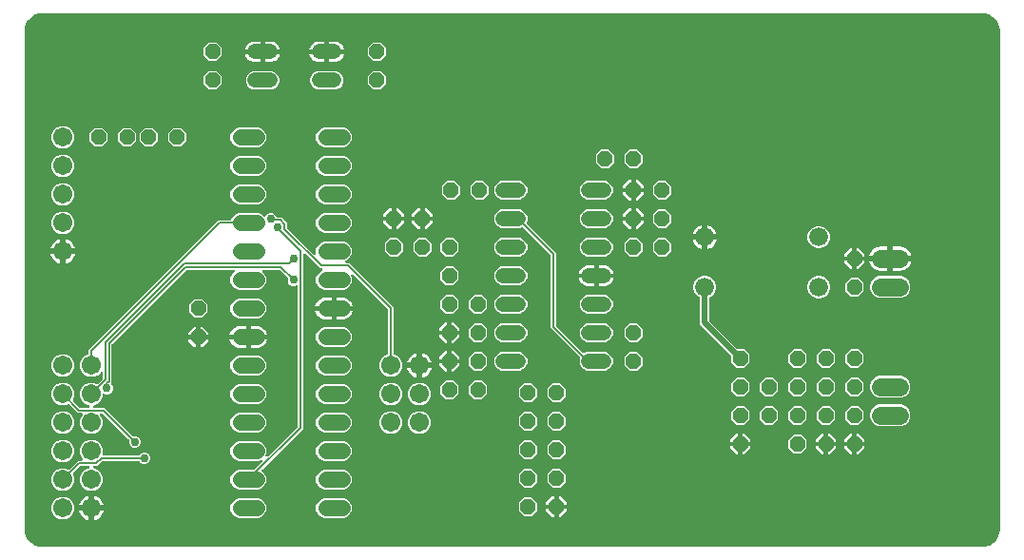
<source format=gbr>
G04 EAGLE Gerber RS-274X export*
G75*
%MOMM*%
%FSLAX34Y34*%
%LPD*%
%INBottom Copper*%
%IPPOS*%
%AMOC8*
5,1,8,0,0,1.08239X$1,22.5*%
G01*
%ADD10P,1.429621X8X112.500000*%
%ADD11C,1.320800*%
%ADD12C,1.638300*%
%ADD13P,1.429621X8X292.500000*%
%ADD14P,1.429621X8X22.500000*%
%ADD15C,1.705100*%
%ADD16P,1.429621X8X202.500000*%
%ADD17C,1.441000*%
%ADD18C,1.676400*%
%ADD19C,0.152400*%
%ADD20C,0.508000*%
%ADD21C,0.756400*%

G36*
X863621Y10163D02*
X863621Y10163D01*
X863683Y10163D01*
X865506Y10283D01*
X865550Y10291D01*
X865594Y10292D01*
X865752Y10323D01*
X869275Y11267D01*
X869354Y11300D01*
X869436Y11323D01*
X869559Y11383D01*
X869569Y11388D01*
X869573Y11390D01*
X869581Y11394D01*
X872739Y13218D01*
X872807Y13269D01*
X872881Y13313D01*
X872984Y13403D01*
X872992Y13410D01*
X872995Y13413D01*
X873002Y13419D01*
X875581Y15998D01*
X875633Y16066D01*
X875693Y16127D01*
X875769Y16241D01*
X875776Y16249D01*
X875777Y16254D01*
X875782Y16261D01*
X877606Y19419D01*
X877639Y19498D01*
X877681Y19573D01*
X877725Y19702D01*
X877729Y19712D01*
X877730Y19717D01*
X877733Y19725D01*
X878677Y23248D01*
X878683Y23292D01*
X878696Y23334D01*
X878717Y23494D01*
X878837Y25317D01*
X878835Y25338D01*
X878839Y25400D01*
X878839Y469900D01*
X878837Y469921D01*
X878837Y469983D01*
X878717Y471806D01*
X878709Y471850D01*
X878708Y471894D01*
X878677Y472052D01*
X877733Y475575D01*
X877700Y475654D01*
X877677Y475736D01*
X877617Y475859D01*
X877612Y475869D01*
X877610Y475873D01*
X877606Y475881D01*
X875782Y479039D01*
X875731Y479107D01*
X875687Y479181D01*
X875597Y479284D01*
X875590Y479292D01*
X875587Y479295D01*
X875581Y479302D01*
X873002Y481881D01*
X872934Y481933D01*
X872873Y481993D01*
X872759Y482069D01*
X872751Y482076D01*
X872746Y482077D01*
X872739Y482082D01*
X869581Y483906D01*
X869502Y483939D01*
X869427Y483981D01*
X869298Y484025D01*
X869288Y484029D01*
X869283Y484030D01*
X869275Y484033D01*
X865752Y484977D01*
X865708Y484983D01*
X865666Y484996D01*
X865506Y485017D01*
X863683Y485137D01*
X863662Y485135D01*
X863600Y485139D01*
X25400Y485139D01*
X25379Y485137D01*
X25317Y485137D01*
X23494Y485017D01*
X23450Y485009D01*
X23406Y485008D01*
X23248Y484977D01*
X19725Y484033D01*
X19646Y484000D01*
X19564Y483977D01*
X19441Y483917D01*
X19431Y483912D01*
X19427Y483910D01*
X19419Y483906D01*
X16261Y482082D01*
X16193Y482031D01*
X16119Y481987D01*
X16016Y481897D01*
X16008Y481890D01*
X16005Y481887D01*
X15998Y481881D01*
X13419Y479302D01*
X13367Y479234D01*
X13307Y479173D01*
X13231Y479059D01*
X13224Y479051D01*
X13223Y479046D01*
X13218Y479039D01*
X11394Y475881D01*
X11361Y475802D01*
X11319Y475727D01*
X11275Y475598D01*
X11271Y475588D01*
X11270Y475583D01*
X11267Y475575D01*
X10323Y472052D01*
X10318Y472008D01*
X10304Y471966D01*
X10283Y471806D01*
X10163Y469983D01*
X10165Y469962D01*
X10161Y469900D01*
X10161Y25400D01*
X10163Y25379D01*
X10163Y25317D01*
X10283Y23494D01*
X10291Y23450D01*
X10292Y23406D01*
X10323Y23248D01*
X11267Y19725D01*
X11300Y19646D01*
X11323Y19564D01*
X11383Y19441D01*
X11388Y19431D01*
X11390Y19427D01*
X11394Y19419D01*
X13218Y16261D01*
X13269Y16193D01*
X13313Y16119D01*
X13403Y16016D01*
X13410Y16008D01*
X13413Y16005D01*
X13419Y15998D01*
X15998Y13419D01*
X16066Y13367D01*
X16127Y13307D01*
X16241Y13231D01*
X16249Y13224D01*
X16253Y13223D01*
X16261Y13218D01*
X19419Y11394D01*
X19498Y11361D01*
X19573Y11319D01*
X19702Y11275D01*
X19712Y11271D01*
X19717Y11270D01*
X19725Y11267D01*
X23248Y10323D01*
X23292Y10317D01*
X23334Y10304D01*
X23494Y10283D01*
X25317Y10163D01*
X25338Y10165D01*
X25400Y10161D01*
X863600Y10161D01*
X863621Y10163D01*
G37*
%LPC*%
G36*
X200609Y61120D02*
X200609Y61120D01*
X197400Y62449D01*
X194944Y64905D01*
X193615Y68114D01*
X193615Y71586D01*
X194944Y74795D01*
X197400Y77251D01*
X200609Y78580D01*
X214520Y78580D01*
X214618Y78592D01*
X214717Y78595D01*
X214775Y78612D01*
X214836Y78620D01*
X214928Y78656D01*
X215023Y78684D01*
X215075Y78714D01*
X215131Y78737D01*
X215211Y78795D01*
X215297Y78845D01*
X215372Y78911D01*
X215389Y78923D01*
X215396Y78933D01*
X215418Y78951D01*
X221653Y85187D01*
X221696Y85242D01*
X221746Y85290D01*
X221793Y85367D01*
X221848Y85438D01*
X221875Y85502D01*
X221912Y85561D01*
X221938Y85647D01*
X221974Y85730D01*
X221985Y85799D01*
X222005Y85865D01*
X222010Y85955D01*
X222024Y86044D01*
X222017Y86114D01*
X222021Y86183D01*
X222002Y86271D01*
X221994Y86360D01*
X221970Y86426D01*
X221956Y86495D01*
X221917Y86575D01*
X221886Y86660D01*
X221847Y86717D01*
X221817Y86780D01*
X221758Y86849D01*
X221708Y86923D01*
X221656Y86969D01*
X221610Y87022D01*
X221537Y87074D01*
X221469Y87133D01*
X221407Y87165D01*
X221350Y87205D01*
X221266Y87237D01*
X221186Y87278D01*
X221118Y87293D01*
X221053Y87318D01*
X220963Y87328D01*
X220876Y87348D01*
X220806Y87346D01*
X220737Y87353D01*
X220648Y87341D01*
X220558Y87338D01*
X220491Y87319D01*
X220422Y87309D01*
X220270Y87257D01*
X218491Y86520D01*
X200609Y86520D01*
X197400Y87849D01*
X194944Y90305D01*
X193615Y93514D01*
X193615Y96986D01*
X194944Y100195D01*
X197400Y102651D01*
X200609Y103980D01*
X218491Y103980D01*
X221700Y102651D01*
X224156Y100195D01*
X225485Y96986D01*
X225485Y93514D01*
X224748Y91735D01*
X224730Y91668D01*
X224702Y91604D01*
X224688Y91515D01*
X224664Y91429D01*
X224663Y91359D01*
X224652Y91290D01*
X224661Y91201D01*
X224659Y91111D01*
X224676Y91043D01*
X224682Y90973D01*
X224712Y90889D01*
X224733Y90802D01*
X224766Y90740D01*
X224790Y90674D01*
X224840Y90600D01*
X224882Y90520D01*
X224929Y90469D01*
X224968Y90411D01*
X225036Y90351D01*
X225096Y90285D01*
X225154Y90247D01*
X225207Y90201D01*
X225287Y90160D01*
X225362Y90110D01*
X225428Y90088D01*
X225490Y90056D01*
X225578Y90036D01*
X225663Y90007D01*
X225732Y90002D01*
X225800Y89986D01*
X225890Y89989D01*
X225980Y89982D01*
X226048Y89994D01*
X226118Y89996D01*
X226204Y90021D01*
X226293Y90036D01*
X226357Y90065D01*
X226424Y90084D01*
X226501Y90130D01*
X226583Y90167D01*
X226637Y90210D01*
X226698Y90246D01*
X226818Y90352D01*
X253278Y116811D01*
X253338Y116890D01*
X253406Y116962D01*
X253435Y117015D01*
X253472Y117063D01*
X253512Y117154D01*
X253560Y117240D01*
X253575Y117299D01*
X253599Y117355D01*
X253614Y117453D01*
X253639Y117548D01*
X253645Y117648D01*
X253649Y117669D01*
X253647Y117681D01*
X253649Y117709D01*
X253649Y241586D01*
X253643Y241636D01*
X253645Y241685D01*
X253623Y241793D01*
X253609Y241902D01*
X253591Y241948D01*
X253581Y241997D01*
X253533Y242095D01*
X253492Y242197D01*
X253463Y242238D01*
X253441Y242282D01*
X253370Y242366D01*
X253306Y242455D01*
X253267Y242487D01*
X253235Y242524D01*
X253145Y242587D01*
X253061Y242658D01*
X253016Y242679D01*
X252975Y242707D01*
X252872Y242746D01*
X252773Y242793D01*
X252724Y242802D01*
X252678Y242820D01*
X252568Y242832D01*
X252461Y242853D01*
X252411Y242850D01*
X252362Y242855D01*
X252253Y242840D01*
X252143Y242833D01*
X252096Y242818D01*
X252047Y242811D01*
X251894Y242759D01*
X250924Y242357D01*
X248812Y242357D01*
X246862Y243165D01*
X245369Y244657D01*
X244561Y246608D01*
X244561Y248734D01*
X244584Y248836D01*
X244619Y248962D01*
X244619Y248991D01*
X244626Y249020D01*
X244622Y249150D01*
X244624Y249280D01*
X244617Y249308D01*
X244616Y249338D01*
X244580Y249463D01*
X244549Y249589D01*
X244536Y249615D01*
X244527Y249643D01*
X244462Y249755D01*
X244401Y249870D01*
X244381Y249892D01*
X244366Y249917D01*
X244260Y250038D01*
X237876Y256422D01*
X237798Y256482D01*
X237726Y256550D01*
X237673Y256579D01*
X237625Y256616D01*
X237534Y256656D01*
X237447Y256704D01*
X237389Y256719D01*
X237333Y256743D01*
X237235Y256758D01*
X237139Y256783D01*
X237039Y256789D01*
X237019Y256793D01*
X237007Y256791D01*
X236979Y256793D01*
X223022Y256793D01*
X222884Y256776D01*
X222745Y256763D01*
X222726Y256756D01*
X222706Y256753D01*
X222577Y256702D01*
X222446Y256655D01*
X222429Y256644D01*
X222410Y256636D01*
X222298Y256555D01*
X222183Y256477D01*
X222170Y256461D01*
X222153Y256450D01*
X222064Y256342D01*
X221972Y256238D01*
X221963Y256220D01*
X221950Y256205D01*
X221891Y256079D01*
X221828Y255955D01*
X221823Y255935D01*
X221815Y255917D01*
X221789Y255781D01*
X221758Y255645D01*
X221759Y255624D01*
X221755Y255605D01*
X221764Y255466D01*
X221768Y255327D01*
X221773Y255307D01*
X221775Y255287D01*
X221818Y255155D01*
X221856Y255021D01*
X221867Y255004D01*
X221873Y254985D01*
X221947Y254867D01*
X222018Y254747D01*
X222036Y254726D01*
X222043Y254716D01*
X222058Y254702D01*
X222124Y254627D01*
X224156Y252595D01*
X225485Y249386D01*
X225485Y245914D01*
X224156Y242705D01*
X221700Y240249D01*
X218491Y238920D01*
X200609Y238920D01*
X197400Y240249D01*
X194944Y242705D01*
X193615Y245914D01*
X193615Y249386D01*
X194944Y252595D01*
X196976Y254627D01*
X197061Y254736D01*
X197150Y254843D01*
X197158Y254862D01*
X197171Y254878D01*
X197226Y255006D01*
X197285Y255131D01*
X197289Y255151D01*
X197297Y255170D01*
X197319Y255307D01*
X197345Y255444D01*
X197344Y255464D01*
X197347Y255484D01*
X197334Y255623D01*
X197325Y255761D01*
X197319Y255780D01*
X197317Y255800D01*
X197270Y255932D01*
X197227Y256063D01*
X197216Y256081D01*
X197210Y256100D01*
X197131Y256215D01*
X197057Y256332D01*
X197042Y256346D01*
X197031Y256363D01*
X196927Y256455D01*
X196825Y256550D01*
X196808Y256560D01*
X196793Y256573D01*
X196668Y256637D01*
X196547Y256704D01*
X196527Y256709D01*
X196509Y256718D01*
X196373Y256748D01*
X196239Y256783D01*
X196211Y256785D01*
X196199Y256788D01*
X196179Y256787D01*
X196078Y256793D01*
X154874Y256793D01*
X154776Y256781D01*
X154677Y256778D01*
X154619Y256761D01*
X154559Y256753D01*
X154466Y256717D01*
X154371Y256689D01*
X154319Y256659D01*
X154263Y256636D01*
X154183Y256578D01*
X154097Y256528D01*
X154022Y256462D01*
X154006Y256450D01*
X153998Y256440D01*
X153977Y256422D01*
X88256Y190701D01*
X88196Y190623D01*
X88128Y190551D01*
X88099Y190498D01*
X88062Y190450D01*
X88022Y190359D01*
X87974Y190273D01*
X87959Y190214D01*
X87935Y190158D01*
X87920Y190060D01*
X87895Y189965D01*
X87889Y189865D01*
X87885Y189844D01*
X87887Y189832D01*
X87885Y189804D01*
X87885Y156540D01*
X87813Y156468D01*
X87740Y156374D01*
X87661Y156285D01*
X87643Y156249D01*
X87618Y156217D01*
X87571Y156108D01*
X87517Y156002D01*
X87508Y155962D01*
X87492Y155925D01*
X87473Y155808D01*
X87447Y155692D01*
X87448Y155651D01*
X87442Y155611D01*
X87453Y155492D01*
X87457Y155374D01*
X87468Y155335D01*
X87472Y155295D01*
X87512Y155182D01*
X87545Y155068D01*
X87566Y155033D01*
X87579Y154995D01*
X87646Y154897D01*
X87707Y154794D01*
X87746Y154749D01*
X87758Y154732D01*
X87773Y154719D01*
X87813Y154673D01*
X88180Y154306D01*
X88988Y152356D01*
X88988Y150244D01*
X88180Y148294D01*
X86688Y146801D01*
X84737Y145993D01*
X82626Y145993D01*
X81655Y146395D01*
X81607Y146409D01*
X81562Y146430D01*
X81455Y146450D01*
X81348Y146479D01*
X81299Y146480D01*
X81250Y146489D01*
X81140Y146483D01*
X81030Y146484D01*
X80982Y146473D01*
X80933Y146470D01*
X80828Y146436D01*
X80721Y146410D01*
X80677Y146387D01*
X80630Y146372D01*
X80537Y146313D01*
X80440Y146261D01*
X80403Y146228D01*
X80361Y146201D01*
X80286Y146121D01*
X80205Y146048D01*
X80177Y146006D01*
X80143Y145970D01*
X80090Y145874D01*
X80030Y145782D01*
X80014Y145735D01*
X79990Y145691D01*
X79962Y145585D01*
X79927Y145481D01*
X79923Y145431D01*
X79910Y145383D01*
X79900Y145223D01*
X79900Y144051D01*
X78370Y140357D01*
X75543Y137530D01*
X72309Y136190D01*
X72248Y136156D01*
X72183Y136130D01*
X72111Y136077D01*
X72032Y136033D01*
X71982Y135984D01*
X71926Y135943D01*
X71868Y135874D01*
X71804Y135811D01*
X71768Y135752D01*
X71723Y135698D01*
X71685Y135617D01*
X71638Y135540D01*
X71617Y135473D01*
X71587Y135410D01*
X71571Y135322D01*
X71544Y135236D01*
X71541Y135167D01*
X71528Y135098D01*
X71533Y135008D01*
X71529Y134919D01*
X71543Y134850D01*
X71547Y134781D01*
X71575Y134695D01*
X71593Y134607D01*
X71624Y134544D01*
X71645Y134478D01*
X71693Y134402D01*
X71733Y134321D01*
X71778Y134268D01*
X71816Y134209D01*
X71881Y134148D01*
X71939Y134079D01*
X71996Y134039D01*
X72047Y133991D01*
X72126Y133948D01*
X72199Y133896D01*
X72265Y133872D01*
X72326Y133838D01*
X72413Y133816D01*
X72497Y133784D01*
X72566Y133776D01*
X72634Y133758D01*
X72794Y133748D01*
X81417Y133748D01*
X83128Y132037D01*
X106151Y109014D01*
X106174Y108996D01*
X106194Y108974D01*
X106300Y108899D01*
X106402Y108819D01*
X106429Y108808D01*
X106454Y108791D01*
X106575Y108745D01*
X106694Y108693D01*
X106723Y108688D01*
X106751Y108678D01*
X106880Y108664D01*
X107008Y108643D01*
X107038Y108646D01*
X107067Y108643D01*
X107195Y108661D01*
X107325Y108673D01*
X107353Y108683D01*
X107382Y108687D01*
X107456Y108713D01*
X109581Y108713D01*
X111532Y107905D01*
X113024Y106412D01*
X113832Y104461D01*
X113832Y102350D01*
X113024Y100400D01*
X111532Y98907D01*
X109581Y98099D01*
X107470Y98099D01*
X105519Y98907D01*
X104027Y100400D01*
X103219Y102350D01*
X103219Y104476D01*
X103242Y104579D01*
X103276Y104704D01*
X103277Y104733D01*
X103283Y104762D01*
X103279Y104892D01*
X103281Y105022D01*
X103274Y105050D01*
X103273Y105080D01*
X103237Y105205D01*
X103207Y105331D01*
X103193Y105357D01*
X103185Y105386D01*
X103119Y105498D01*
X103058Y105612D01*
X103039Y105634D01*
X103023Y105660D01*
X102917Y105780D01*
X79894Y128803D01*
X79816Y128864D01*
X79744Y128932D01*
X79691Y128961D01*
X79643Y128998D01*
X79552Y129037D01*
X79466Y129085D01*
X79407Y129100D01*
X79351Y129124D01*
X79253Y129140D01*
X79158Y129165D01*
X79058Y129171D01*
X79037Y129174D01*
X79025Y129173D01*
X78997Y129175D01*
X78603Y129175D01*
X78465Y129157D01*
X78326Y129144D01*
X78307Y129137D01*
X78287Y129135D01*
X78158Y129084D01*
X78027Y129037D01*
X78010Y129025D01*
X77991Y129018D01*
X77879Y128936D01*
X77764Y128858D01*
X77750Y128843D01*
X77734Y128831D01*
X77645Y128724D01*
X77553Y128620D01*
X77544Y128602D01*
X77531Y128586D01*
X77472Y128460D01*
X77409Y128336D01*
X77404Y128317D01*
X77396Y128298D01*
X77370Y128162D01*
X77339Y128026D01*
X77340Y128006D01*
X77336Y127986D01*
X77345Y127848D01*
X77349Y127708D01*
X77354Y127689D01*
X77356Y127669D01*
X77398Y127537D01*
X77437Y127403D01*
X77448Y127385D01*
X77454Y127366D01*
X77528Y127249D01*
X77599Y127129D01*
X77617Y127108D01*
X77624Y127097D01*
X77639Y127083D01*
X77705Y127008D01*
X78370Y126343D01*
X79900Y122649D01*
X79900Y118651D01*
X78370Y114957D01*
X75543Y112130D01*
X71849Y110600D01*
X67851Y110600D01*
X64157Y112130D01*
X61330Y114957D01*
X59800Y118651D01*
X59800Y122649D01*
X61330Y126343D01*
X61995Y127008D01*
X62080Y127118D01*
X62169Y127225D01*
X62177Y127243D01*
X62190Y127259D01*
X62245Y127387D01*
X62304Y127513D01*
X62308Y127532D01*
X62316Y127551D01*
X62338Y127689D01*
X62364Y127825D01*
X62363Y127845D01*
X62366Y127865D01*
X62353Y128004D01*
X62344Y128142D01*
X62338Y128162D01*
X62336Y128182D01*
X62289Y128313D01*
X62246Y128445D01*
X62235Y128462D01*
X62229Y128481D01*
X62151Y128596D01*
X62076Y128714D01*
X62061Y128728D01*
X62050Y128744D01*
X61946Y128836D01*
X61844Y128932D01*
X61827Y128941D01*
X61812Y128955D01*
X61688Y129018D01*
X61566Y129085D01*
X61546Y129090D01*
X61528Y129099D01*
X61392Y129130D01*
X61258Y129165D01*
X61230Y129166D01*
X61218Y129169D01*
X61198Y129168D01*
X61097Y129175D01*
X58091Y129175D01*
X56380Y130886D01*
X50455Y136811D01*
X50432Y136829D01*
X50413Y136852D01*
X50307Y136926D01*
X50204Y137006D01*
X50177Y137018D01*
X50153Y137035D01*
X50031Y137081D01*
X49912Y137132D01*
X49883Y137137D01*
X49855Y137147D01*
X49726Y137162D01*
X49598Y137182D01*
X49568Y137179D01*
X49539Y137183D01*
X49411Y137165D01*
X49281Y137152D01*
X49253Y137142D01*
X49224Y137138D01*
X49072Y137086D01*
X46449Y136000D01*
X42451Y136000D01*
X38757Y137530D01*
X35930Y140357D01*
X34400Y144051D01*
X34400Y148049D01*
X35930Y151743D01*
X38757Y154570D01*
X42451Y156100D01*
X46449Y156100D01*
X50143Y154570D01*
X52970Y151743D01*
X54500Y148049D01*
X54500Y144051D01*
X53414Y141428D01*
X53406Y141400D01*
X53393Y141373D01*
X53364Y141247D01*
X53330Y141121D01*
X53329Y141092D01*
X53323Y141063D01*
X53327Y140933D01*
X53325Y140803D01*
X53332Y140775D01*
X53333Y140745D01*
X53369Y140621D01*
X53399Y140494D01*
X53413Y140468D01*
X53421Y140440D01*
X53487Y140328D01*
X53548Y140213D01*
X53568Y140191D01*
X53583Y140166D01*
X53689Y140045D01*
X59614Y134120D01*
X59692Y134059D01*
X59764Y133991D01*
X59817Y133962D01*
X59865Y133925D01*
X59956Y133886D01*
X60043Y133838D01*
X60101Y133823D01*
X60157Y133799D01*
X60255Y133783D01*
X60351Y133758D01*
X60451Y133752D01*
X60471Y133749D01*
X60483Y133750D01*
X60511Y133748D01*
X66906Y133748D01*
X66975Y133757D01*
X67045Y133756D01*
X67132Y133777D01*
X67221Y133788D01*
X67286Y133814D01*
X67354Y133830D01*
X67433Y133872D01*
X67517Y133905D01*
X67573Y133946D01*
X67635Y133979D01*
X67702Y134039D01*
X67774Y134092D01*
X67819Y134146D01*
X67870Y134193D01*
X67920Y134268D01*
X67977Y134337D01*
X68007Y134400D01*
X68045Y134458D01*
X68074Y134543D01*
X68113Y134625D01*
X68126Y134693D01*
X68148Y134759D01*
X68155Y134849D01*
X68172Y134937D01*
X68168Y135007D01*
X68174Y135076D01*
X68158Y135165D01*
X68153Y135254D01*
X68131Y135321D01*
X68119Y135390D01*
X68082Y135472D01*
X68055Y135557D01*
X68017Y135616D01*
X67989Y135680D01*
X67933Y135750D01*
X67884Y135826D01*
X67834Y135873D01*
X67790Y135928D01*
X67718Y135982D01*
X67653Y136044D01*
X67592Y136077D01*
X67536Y136119D01*
X67391Y136190D01*
X64157Y137530D01*
X61330Y140357D01*
X59800Y144051D01*
X59800Y148049D01*
X61330Y151743D01*
X64157Y154570D01*
X67851Y156100D01*
X71849Y156100D01*
X74472Y155014D01*
X74500Y155006D01*
X74527Y154993D01*
X74653Y154964D01*
X74779Y154930D01*
X74808Y154929D01*
X74837Y154923D01*
X74967Y154927D01*
X75097Y154925D01*
X75125Y154932D01*
X75155Y154933D01*
X75279Y154969D01*
X75406Y154999D01*
X75432Y155013D01*
X75460Y155021D01*
X75572Y155087D01*
X75687Y155148D01*
X75709Y155168D01*
X75734Y155183D01*
X75855Y155289D01*
X79892Y159325D01*
X79952Y159404D01*
X80020Y159476D01*
X80049Y159529D01*
X80086Y159577D01*
X80126Y159668D01*
X80174Y159754D01*
X80189Y159813D01*
X80213Y159869D01*
X80228Y159967D01*
X80253Y160062D01*
X80259Y160162D01*
X80263Y160183D01*
X80261Y160195D01*
X80263Y160223D01*
X80263Y164586D01*
X80246Y164723D01*
X80233Y164862D01*
X80226Y164881D01*
X80223Y164901D01*
X80172Y165030D01*
X80125Y165161D01*
X80114Y165178D01*
X80106Y165197D01*
X80025Y165310D01*
X79947Y165425D01*
X79931Y165438D01*
X79920Y165454D01*
X79812Y165543D01*
X79708Y165635D01*
X79690Y165644D01*
X79675Y165657D01*
X79549Y165716D01*
X79425Y165780D01*
X79405Y165784D01*
X79387Y165793D01*
X79251Y165819D01*
X79115Y165849D01*
X79094Y165849D01*
X79075Y165853D01*
X78936Y165844D01*
X78797Y165840D01*
X78777Y165834D01*
X78757Y165833D01*
X78625Y165790D01*
X78491Y165751D01*
X78474Y165741D01*
X78455Y165735D01*
X78337Y165660D01*
X78217Y165590D01*
X78196Y165571D01*
X78186Y165565D01*
X78172Y165550D01*
X78097Y165483D01*
X75543Y162930D01*
X71849Y161400D01*
X67851Y161400D01*
X64157Y162930D01*
X61330Y165757D01*
X59800Y169451D01*
X59800Y173449D01*
X61330Y177143D01*
X64157Y179970D01*
X66780Y181057D01*
X66805Y181071D01*
X66833Y181080D01*
X66943Y181150D01*
X67056Y181214D01*
X67077Y181235D01*
X67102Y181250D01*
X67191Y181345D01*
X67284Y181435D01*
X67300Y181461D01*
X67320Y181482D01*
X67383Y181596D01*
X67451Y181706D01*
X67459Y181735D01*
X67474Y181761D01*
X67506Y181886D01*
X67544Y182010D01*
X67546Y182040D01*
X67553Y182068D01*
X67563Y182229D01*
X67563Y185097D01*
X183203Y300737D01*
X192995Y300737D01*
X193024Y300740D01*
X193054Y300738D01*
X193182Y300760D01*
X193311Y300777D01*
X193338Y300787D01*
X193367Y300792D01*
X193486Y300846D01*
X193606Y300894D01*
X193630Y300911D01*
X193657Y300923D01*
X193759Y301004D01*
X193864Y301080D01*
X193883Y301103D01*
X193906Y301122D01*
X193984Y301225D01*
X194066Y301325D01*
X194079Y301352D01*
X194097Y301376D01*
X194168Y301520D01*
X194944Y303395D01*
X197400Y305851D01*
X200609Y307180D01*
X218491Y307180D01*
X221700Y305851D01*
X223028Y304523D01*
X223067Y304493D01*
X223100Y304456D01*
X223192Y304395D01*
X223279Y304328D01*
X223325Y304308D01*
X223366Y304281D01*
X223470Y304245D01*
X223571Y304202D01*
X223620Y304194D01*
X223667Y304178D01*
X223776Y304169D01*
X223885Y304152D01*
X223935Y304157D01*
X223984Y304153D01*
X224092Y304171D01*
X224202Y304182D01*
X224248Y304199D01*
X224297Y304207D01*
X224398Y304252D01*
X224501Y304289D01*
X224542Y304317D01*
X224587Y304338D01*
X224673Y304406D01*
X224764Y304468D01*
X224797Y304505D01*
X224836Y304536D01*
X224902Y304624D01*
X224974Y304706D01*
X224997Y304751D01*
X225027Y304790D01*
X225032Y304800D01*
X226542Y306310D01*
X228492Y307118D01*
X230604Y307118D01*
X232554Y306310D01*
X234047Y304817D01*
X234317Y304165D01*
X234332Y304140D01*
X234341Y304112D01*
X234410Y304002D01*
X234474Y303889D01*
X234495Y303868D01*
X234511Y303843D01*
X234606Y303754D01*
X234696Y303661D01*
X234721Y303645D01*
X234742Y303625D01*
X234856Y303562D01*
X234967Y303494D01*
X234995Y303486D01*
X235021Y303471D01*
X235147Y303439D01*
X235271Y303401D01*
X235300Y303399D01*
X235329Y303392D01*
X235490Y303382D01*
X239077Y303382D01*
X243971Y298488D01*
X243971Y294459D01*
X243983Y294361D01*
X243986Y294262D01*
X243993Y294238D01*
X243993Y294236D01*
X243999Y294219D01*
X244003Y294204D01*
X244011Y294143D01*
X244047Y294051D01*
X244075Y293956D01*
X244105Y293904D01*
X244128Y293848D01*
X244186Y293768D01*
X244236Y293682D01*
X244302Y293607D01*
X244314Y293590D01*
X244324Y293583D01*
X244342Y293561D01*
X267649Y270255D01*
X267758Y270170D01*
X267865Y270082D01*
X267884Y270073D01*
X267900Y270060D01*
X268028Y270005D01*
X268153Y269946D01*
X268173Y269942D01*
X268192Y269934D01*
X268330Y269912D01*
X268466Y269886D01*
X268486Y269887D01*
X268506Y269884D01*
X268645Y269897D01*
X268783Y269906D01*
X268802Y269912D01*
X268822Y269914D01*
X268954Y269961D01*
X269085Y270004D01*
X269103Y270015D01*
X269122Y270022D01*
X269237Y270100D01*
X269354Y270174D01*
X269368Y270189D01*
X269385Y270200D01*
X269477Y270304D01*
X269572Y270406D01*
X269582Y270424D01*
X269595Y270439D01*
X269659Y270563D01*
X269726Y270684D01*
X269731Y270704D01*
X269740Y270722D01*
X269770Y270858D01*
X269805Y270992D01*
X269807Y271020D01*
X269810Y271032D01*
X269809Y271053D01*
X269815Y271153D01*
X269815Y274786D01*
X271144Y277995D01*
X273600Y280451D01*
X276809Y281780D01*
X294691Y281780D01*
X297900Y280451D01*
X300356Y277995D01*
X301685Y274786D01*
X301685Y271314D01*
X300356Y268105D01*
X297900Y265649D01*
X296522Y265079D01*
X296462Y265044D01*
X296397Y265018D01*
X296324Y264966D01*
X296246Y264921D01*
X296196Y264873D01*
X296139Y264832D01*
X296082Y264762D01*
X296018Y264700D01*
X295981Y264640D01*
X295937Y264587D01*
X295898Y264505D01*
X295851Y264429D01*
X295831Y264362D01*
X295801Y264299D01*
X295784Y264211D01*
X295758Y264125D01*
X295754Y264055D01*
X295741Y263986D01*
X295747Y263897D01*
X295743Y263807D01*
X295757Y263739D01*
X295761Y263669D01*
X295789Y263584D01*
X295807Y263496D01*
X295838Y263433D01*
X295859Y263367D01*
X295907Y263291D01*
X295947Y263210D01*
X295992Y263157D01*
X296029Y263098D01*
X296095Y263036D01*
X296153Y262968D01*
X296210Y262928D01*
X296261Y262880D01*
X296339Y262837D01*
X296413Y262785D01*
X296478Y262760D01*
X296539Y262726D01*
X296626Y262704D01*
X296710Y262672D01*
X296780Y262664D01*
X296847Y262647D01*
X297008Y262637D01*
X299397Y262637D01*
X338837Y223197D01*
X338837Y182229D01*
X338840Y182200D01*
X338838Y182170D01*
X338860Y182042D01*
X338877Y181914D01*
X338887Y181886D01*
X338892Y181857D01*
X338946Y181739D01*
X338994Y181618D01*
X339011Y181594D01*
X339023Y181567D01*
X339104Y181466D01*
X339180Y181361D01*
X339203Y181342D01*
X339222Y181319D01*
X339325Y181241D01*
X339425Y181158D01*
X339452Y181145D01*
X339476Y181127D01*
X339620Y181057D01*
X342243Y179970D01*
X345070Y177143D01*
X346600Y173449D01*
X346600Y169451D01*
X345070Y165757D01*
X342243Y162930D01*
X338549Y161400D01*
X334551Y161400D01*
X330857Y162930D01*
X328030Y165757D01*
X326500Y169451D01*
X326500Y173449D01*
X328030Y177143D01*
X330857Y179970D01*
X333480Y181057D01*
X333505Y181071D01*
X333533Y181080D01*
X333643Y181150D01*
X333756Y181214D01*
X333777Y181235D01*
X333802Y181250D01*
X333891Y181345D01*
X333984Y181435D01*
X334000Y181461D01*
X334020Y181482D01*
X334083Y181596D01*
X334151Y181706D01*
X334159Y181735D01*
X334174Y181761D01*
X334206Y181886D01*
X334244Y182010D01*
X334246Y182040D01*
X334253Y182068D01*
X334263Y182229D01*
X334263Y220777D01*
X334251Y220875D01*
X334248Y220974D01*
X334231Y221032D01*
X334223Y221093D01*
X334187Y221185D01*
X334159Y221280D01*
X334129Y221332D01*
X334106Y221388D01*
X334048Y221468D01*
X333998Y221554D01*
X333932Y221629D01*
X333920Y221646D01*
X333910Y221653D01*
X333892Y221675D01*
X303018Y252548D01*
X302963Y252591D01*
X302915Y252641D01*
X302838Y252687D01*
X302767Y252743D01*
X302703Y252770D01*
X302644Y252807D01*
X302558Y252833D01*
X302475Y252869D01*
X302406Y252880D01*
X302340Y252900D01*
X302250Y252905D01*
X302161Y252919D01*
X302091Y252912D01*
X302022Y252916D01*
X301934Y252897D01*
X301845Y252889D01*
X301779Y252865D01*
X301710Y252851D01*
X301630Y252812D01*
X301545Y252781D01*
X301487Y252742D01*
X301425Y252712D01*
X301357Y252653D01*
X301282Y252603D01*
X301236Y252550D01*
X301183Y252505D01*
X301131Y252432D01*
X301072Y252364D01*
X301040Y252302D01*
X301000Y252245D01*
X300968Y252161D01*
X300927Y252081D01*
X300912Y252013D01*
X300887Y251948D01*
X300877Y251858D01*
X300857Y251771D01*
X300859Y251701D01*
X300852Y251632D01*
X300864Y251543D01*
X300867Y251453D01*
X300886Y251386D01*
X300896Y251317D01*
X300948Y251164D01*
X301685Y249386D01*
X301685Y245914D01*
X300356Y242705D01*
X297900Y240249D01*
X294691Y238920D01*
X276809Y238920D01*
X273600Y240249D01*
X271144Y242705D01*
X269815Y245914D01*
X269815Y249386D01*
X271144Y252595D01*
X273600Y255051D01*
X274978Y255621D01*
X275038Y255656D01*
X275103Y255682D01*
X275176Y255734D01*
X275254Y255779D01*
X275304Y255827D01*
X275361Y255868D01*
X275418Y255938D01*
X275482Y256000D01*
X275519Y256060D01*
X275563Y256113D01*
X275602Y256195D01*
X275649Y256271D01*
X275669Y256338D01*
X275699Y256401D01*
X275716Y256489D01*
X275742Y256575D01*
X275746Y256645D01*
X275759Y256714D01*
X275753Y256803D01*
X275757Y256893D01*
X275743Y256961D01*
X275739Y257031D01*
X275711Y257116D01*
X275693Y257204D01*
X275662Y257267D01*
X275641Y257333D01*
X275593Y257409D01*
X275553Y257490D01*
X275508Y257543D01*
X275471Y257602D01*
X275405Y257664D01*
X275347Y257732D01*
X275290Y257772D01*
X275239Y257820D01*
X275161Y257863D01*
X275087Y257915D01*
X275022Y257940D01*
X274961Y257974D01*
X274874Y257996D01*
X274790Y258028D01*
X274720Y258036D01*
X274653Y258053D01*
X274492Y258063D01*
X273373Y258063D01*
X271662Y259775D01*
X260389Y271047D01*
X260280Y271132D01*
X260173Y271220D01*
X260154Y271229D01*
X260138Y271242D01*
X260010Y271297D01*
X259885Y271356D01*
X259865Y271360D01*
X259846Y271368D01*
X259708Y271390D01*
X259572Y271416D01*
X259552Y271415D01*
X259532Y271418D01*
X259393Y271405D01*
X259255Y271396D01*
X259236Y271390D01*
X259216Y271388D01*
X259084Y271341D01*
X258953Y271298D01*
X258935Y271287D01*
X258916Y271280D01*
X258801Y271202D01*
X258684Y271128D01*
X258670Y271113D01*
X258653Y271102D01*
X258561Y270997D01*
X258466Y270896D01*
X258456Y270879D01*
X258443Y270863D01*
X258379Y270739D01*
X258312Y270618D01*
X258307Y270598D01*
X258298Y270580D01*
X258268Y270444D01*
X258233Y270310D01*
X258231Y270282D01*
X258228Y270270D01*
X258229Y270249D01*
X258223Y270149D01*
X258223Y115289D01*
X256511Y113578D01*
X221840Y78906D01*
X221767Y78812D01*
X221688Y78723D01*
X221670Y78687D01*
X221645Y78655D01*
X221597Y78545D01*
X221543Y78439D01*
X221535Y78400D01*
X221519Y78363D01*
X221500Y78245D01*
X221474Y78129D01*
X221475Y78089D01*
X221469Y78049D01*
X221480Y77930D01*
X221483Y77811D01*
X221495Y77772D01*
X221498Y77732D01*
X221539Y77620D01*
X221572Y77506D01*
X221592Y77471D01*
X221606Y77433D01*
X221673Y77334D01*
X221733Y77232D01*
X221773Y77187D01*
X221785Y77170D01*
X221800Y77156D01*
X221840Y77111D01*
X224156Y74795D01*
X225485Y71586D01*
X225485Y68114D01*
X224156Y64905D01*
X221700Y62449D01*
X218491Y61120D01*
X200609Y61120D01*
G37*
%LPD*%
%LPC*%
G36*
X511209Y167131D02*
X511209Y167131D01*
X508221Y168369D01*
X505935Y170655D01*
X504697Y173643D01*
X504697Y176877D01*
X505035Y177693D01*
X505043Y177721D01*
X505056Y177748D01*
X505085Y177874D01*
X505119Y177999D01*
X505120Y178029D01*
X505126Y178058D01*
X505122Y178188D01*
X505124Y178317D01*
X505117Y178346D01*
X505116Y178376D01*
X505080Y178500D01*
X505050Y178627D01*
X505036Y178653D01*
X505028Y178681D01*
X504962Y178793D01*
X504901Y178908D01*
X504882Y178930D01*
X504866Y178955D01*
X504760Y179076D01*
X479043Y204793D01*
X479043Y269037D01*
X479031Y269135D01*
X479028Y269234D01*
X479011Y269292D01*
X479003Y269353D01*
X478967Y269445D01*
X478939Y269540D01*
X478909Y269592D01*
X478886Y269648D01*
X478828Y269728D01*
X478778Y269814D01*
X478712Y269889D01*
X478700Y269906D01*
X478690Y269913D01*
X478672Y269935D01*
X454189Y294417D01*
X454165Y294435D01*
X454146Y294458D01*
X454040Y294533D01*
X453938Y294612D01*
X453910Y294624D01*
X453886Y294641D01*
X453765Y294687D01*
X453646Y294739D01*
X453617Y294743D01*
X453589Y294754D01*
X453460Y294768D01*
X453332Y294788D01*
X453302Y294786D01*
X453273Y294789D01*
X453144Y294771D01*
X453015Y294759D01*
X452987Y294749D01*
X452958Y294744D01*
X452806Y294692D01*
X451451Y294131D01*
X435009Y294131D01*
X432021Y295369D01*
X429735Y297655D01*
X428497Y300643D01*
X428497Y303877D01*
X429735Y306865D01*
X432021Y309151D01*
X435009Y310389D01*
X451451Y310389D01*
X454439Y309151D01*
X456725Y306865D01*
X457963Y303877D01*
X457963Y300643D01*
X457253Y298929D01*
X457245Y298901D01*
X457232Y298874D01*
X457203Y298748D01*
X457169Y298622D01*
X457168Y298593D01*
X457162Y298564D01*
X457166Y298434D01*
X457164Y298304D01*
X457171Y298276D01*
X457172Y298246D01*
X457208Y298122D01*
X457238Y297995D01*
X457252Y297969D01*
X457260Y297941D01*
X457326Y297829D01*
X457387Y297714D01*
X457407Y297692D01*
X457422Y297667D01*
X457528Y297546D01*
X483617Y271457D01*
X483617Y207213D01*
X483629Y207115D01*
X483632Y207016D01*
X483649Y206958D01*
X483657Y206897D01*
X483693Y206805D01*
X483721Y206710D01*
X483751Y206658D01*
X483774Y206602D01*
X483832Y206522D01*
X483882Y206436D01*
X483948Y206361D01*
X483960Y206344D01*
X483970Y206337D01*
X483988Y206315D01*
X507573Y182731D01*
X507597Y182713D01*
X507616Y182690D01*
X507722Y182616D01*
X507824Y182536D01*
X507852Y182524D01*
X507876Y182507D01*
X507997Y182461D01*
X508116Y182409D01*
X508145Y182405D01*
X508173Y182394D01*
X508302Y182380D01*
X508430Y182360D01*
X508460Y182362D01*
X508489Y182359D01*
X508618Y182377D01*
X508747Y182389D01*
X508775Y182399D01*
X508804Y182404D01*
X508956Y182456D01*
X511209Y183389D01*
X527651Y183389D01*
X530639Y182151D01*
X532925Y179865D01*
X534163Y176877D01*
X534163Y173643D01*
X532925Y170655D01*
X530639Y168369D01*
X527651Y167131D01*
X511209Y167131D01*
G37*
%LPD*%
%LPC*%
G36*
X42451Y59800D02*
X42451Y59800D01*
X38757Y61330D01*
X35930Y64157D01*
X34400Y67851D01*
X34400Y71849D01*
X35930Y75543D01*
X38757Y78370D01*
X42451Y79900D01*
X46449Y79900D01*
X49072Y78814D01*
X49100Y78806D01*
X49127Y78793D01*
X49253Y78764D01*
X49379Y78730D01*
X49408Y78729D01*
X49437Y78723D01*
X49567Y78727D01*
X49697Y78725D01*
X49725Y78732D01*
X49755Y78733D01*
X49879Y78769D01*
X50006Y78799D01*
X50032Y78813D01*
X50060Y78821D01*
X50172Y78887D01*
X50287Y78948D01*
X50309Y78968D01*
X50334Y78983D01*
X50455Y79089D01*
X56380Y85014D01*
X58091Y86725D01*
X61097Y86725D01*
X61235Y86743D01*
X61374Y86756D01*
X61393Y86763D01*
X61413Y86765D01*
X61542Y86816D01*
X61673Y86863D01*
X61690Y86875D01*
X61709Y86882D01*
X61821Y86964D01*
X61936Y87042D01*
X61950Y87057D01*
X61966Y87069D01*
X62055Y87176D01*
X62147Y87280D01*
X62156Y87298D01*
X62169Y87314D01*
X62228Y87440D01*
X62291Y87564D01*
X62296Y87583D01*
X62304Y87602D01*
X62330Y87738D01*
X62361Y87874D01*
X62360Y87894D01*
X62364Y87914D01*
X62355Y88052D01*
X62351Y88192D01*
X62346Y88211D01*
X62344Y88231D01*
X62302Y88363D01*
X62263Y88497D01*
X62252Y88515D01*
X62246Y88534D01*
X62172Y88651D01*
X62101Y88771D01*
X62083Y88792D01*
X62076Y88803D01*
X62061Y88817D01*
X61995Y88892D01*
X61330Y89557D01*
X59800Y93251D01*
X59800Y97249D01*
X61330Y100943D01*
X64157Y103770D01*
X67851Y105300D01*
X71849Y105300D01*
X75543Y103770D01*
X78370Y100943D01*
X79900Y97249D01*
X79900Y93251D01*
X79772Y92942D01*
X79759Y92894D01*
X79738Y92849D01*
X79717Y92741D01*
X79688Y92635D01*
X79687Y92585D01*
X79678Y92536D01*
X79685Y92427D01*
X79683Y92317D01*
X79695Y92269D01*
X79698Y92219D01*
X79732Y92115D01*
X79757Y92008D01*
X79781Y91964D01*
X79796Y91917D01*
X79855Y91824D01*
X79906Y91727D01*
X79939Y91690D01*
X79966Y91648D01*
X80046Y91573D01*
X80120Y91491D01*
X80161Y91464D01*
X80198Y91430D01*
X80294Y91377D01*
X80386Y91317D01*
X80433Y91300D01*
X80476Y91276D01*
X80582Y91249D01*
X80686Y91213D01*
X80736Y91209D01*
X80784Y91197D01*
X80945Y91187D01*
X111421Y91187D01*
X111451Y91190D01*
X111480Y91188D01*
X111608Y91210D01*
X111737Y91227D01*
X111764Y91237D01*
X111793Y91243D01*
X111912Y91296D01*
X112032Y91344D01*
X112056Y91361D01*
X112083Y91373D01*
X112185Y91454D01*
X112290Y91530D01*
X112309Y91553D01*
X112332Y91572D01*
X112410Y91675D01*
X112493Y91775D01*
X112505Y91802D01*
X112523Y91826D01*
X112558Y91896D01*
X114060Y93399D01*
X116010Y94207D01*
X118122Y94207D01*
X120072Y93399D01*
X121565Y91906D01*
X122373Y89956D01*
X122373Y87844D01*
X121565Y85894D01*
X120072Y84401D01*
X118122Y83593D01*
X116010Y83593D01*
X114060Y84401D01*
X112557Y85904D01*
X112500Y85993D01*
X112436Y86106D01*
X112416Y86127D01*
X112400Y86152D01*
X112305Y86241D01*
X112215Y86334D01*
X112190Y86350D01*
X112168Y86370D01*
X112055Y86433D01*
X111944Y86501D01*
X111916Y86509D01*
X111890Y86524D01*
X111764Y86556D01*
X111640Y86594D01*
X111610Y86596D01*
X111582Y86603D01*
X111421Y86613D01*
X80263Y86613D01*
X80165Y86601D01*
X80066Y86598D01*
X80007Y86581D01*
X79947Y86573D01*
X79855Y86537D01*
X79760Y86509D01*
X79708Y86479D01*
X79652Y86456D01*
X79572Y86398D01*
X79486Y86348D01*
X79411Y86282D01*
X79394Y86270D01*
X79386Y86260D01*
X79365Y86242D01*
X75276Y82152D01*
X72794Y82152D01*
X72725Y82143D01*
X72655Y82144D01*
X72568Y82123D01*
X72479Y82112D01*
X72414Y82086D01*
X72346Y82070D01*
X72267Y82028D01*
X72183Y81995D01*
X72127Y81954D01*
X72065Y81921D01*
X71998Y81861D01*
X71926Y81808D01*
X71881Y81754D01*
X71830Y81707D01*
X71780Y81632D01*
X71723Y81563D01*
X71693Y81500D01*
X71655Y81442D01*
X71626Y81357D01*
X71587Y81275D01*
X71574Y81207D01*
X71552Y81141D01*
X71545Y81051D01*
X71528Y80963D01*
X71532Y80893D01*
X71526Y80824D01*
X71542Y80735D01*
X71547Y80646D01*
X71569Y80579D01*
X71581Y80510D01*
X71618Y80428D01*
X71645Y80343D01*
X71683Y80284D01*
X71711Y80220D01*
X71767Y80150D01*
X71816Y80074D01*
X71866Y80027D01*
X71910Y79972D01*
X71982Y79918D01*
X72047Y79856D01*
X72108Y79823D01*
X72164Y79781D01*
X72309Y79710D01*
X75543Y78370D01*
X78370Y75543D01*
X79900Y71849D01*
X79900Y67851D01*
X78370Y64157D01*
X75543Y61330D01*
X71849Y59800D01*
X67851Y59800D01*
X64157Y61330D01*
X61330Y64157D01*
X59800Y67851D01*
X59800Y71849D01*
X61330Y75543D01*
X64157Y78370D01*
X67391Y79710D01*
X67452Y79744D01*
X67517Y79770D01*
X67589Y79823D01*
X67668Y79867D01*
X67718Y79916D01*
X67774Y79957D01*
X67832Y80026D01*
X67896Y80089D01*
X67932Y80148D01*
X67977Y80202D01*
X68015Y80283D01*
X68062Y80360D01*
X68083Y80427D01*
X68113Y80490D01*
X68129Y80578D01*
X68156Y80664D01*
X68159Y80733D01*
X68172Y80802D01*
X68167Y80892D01*
X68171Y80981D01*
X68157Y81050D01*
X68153Y81119D01*
X68125Y81205D01*
X68107Y81293D01*
X68076Y81356D01*
X68055Y81422D01*
X68007Y81498D01*
X67967Y81579D01*
X67922Y81632D01*
X67884Y81691D01*
X67819Y81752D01*
X67761Y81821D01*
X67704Y81861D01*
X67653Y81909D01*
X67574Y81952D01*
X67501Y82004D01*
X67435Y82028D01*
X67374Y82062D01*
X67287Y82084D01*
X67203Y82116D01*
X67134Y82124D01*
X67066Y82142D01*
X66906Y82152D01*
X60511Y82152D01*
X60413Y82139D01*
X60314Y82136D01*
X60256Y82120D01*
X60196Y82112D01*
X60104Y82075D01*
X60009Y82048D01*
X59957Y82017D01*
X59900Y81995D01*
X59820Y81937D01*
X59735Y81886D01*
X59659Y81820D01*
X59643Y81808D01*
X59635Y81799D01*
X59614Y81780D01*
X53689Y75855D01*
X53671Y75832D01*
X53648Y75813D01*
X53574Y75707D01*
X53494Y75604D01*
X53482Y75577D01*
X53465Y75553D01*
X53419Y75431D01*
X53368Y75312D01*
X53363Y75283D01*
X53353Y75255D01*
X53338Y75126D01*
X53318Y74998D01*
X53321Y74968D01*
X53317Y74939D01*
X53335Y74811D01*
X53348Y74681D01*
X53358Y74653D01*
X53362Y74624D01*
X53414Y74472D01*
X54500Y71849D01*
X54500Y67851D01*
X52970Y64157D01*
X50143Y61330D01*
X46449Y59800D01*
X42451Y59800D01*
G37*
%LPD*%
%LPC*%
G36*
X644333Y169671D02*
X644333Y169671D01*
X639571Y174433D01*
X639571Y179655D01*
X639559Y179753D01*
X639556Y179852D01*
X639539Y179910D01*
X639531Y179970D01*
X639495Y180062D01*
X639467Y180157D01*
X639437Y180209D01*
X639414Y180266D01*
X639356Y180346D01*
X639306Y180431D01*
X639240Y180507D01*
X639228Y180523D01*
X639218Y180531D01*
X639200Y180552D01*
X611885Y207866D01*
X611885Y231413D01*
X611882Y231442D01*
X611884Y231471D01*
X611862Y231599D01*
X611845Y231728D01*
X611835Y231756D01*
X611830Y231785D01*
X611776Y231903D01*
X611728Y232024D01*
X611711Y232048D01*
X611699Y232075D01*
X611618Y232176D01*
X611542Y232281D01*
X611519Y232300D01*
X611500Y232323D01*
X611397Y232401D01*
X611297Y232484D01*
X611270Y232497D01*
X611246Y232514D01*
X611102Y232585D01*
X610338Y232901D01*
X607551Y235688D01*
X606043Y239329D01*
X606043Y243271D01*
X607551Y246912D01*
X610338Y249699D01*
X613979Y251207D01*
X617921Y251207D01*
X621562Y249699D01*
X624349Y246912D01*
X625857Y243271D01*
X625857Y239329D01*
X624349Y235688D01*
X621562Y232901D01*
X620798Y232585D01*
X620773Y232571D01*
X620745Y232562D01*
X620635Y232492D01*
X620522Y232428D01*
X620501Y232407D01*
X620476Y232391D01*
X620387Y232297D01*
X620294Y232206D01*
X620278Y232181D01*
X620258Y232160D01*
X620195Y232046D01*
X620127Y231935D01*
X620119Y231907D01*
X620104Y231881D01*
X620072Y231755D01*
X620034Y231631D01*
X620032Y231602D01*
X620025Y231573D01*
X620015Y231413D01*
X620015Y211759D01*
X620027Y211661D01*
X620030Y211562D01*
X620047Y211504D01*
X620055Y211444D01*
X620091Y211352D01*
X620119Y211257D01*
X620149Y211205D01*
X620172Y211148D01*
X620230Y211068D01*
X620280Y210983D01*
X620346Y210907D01*
X620358Y210891D01*
X620368Y210883D01*
X620386Y210862D01*
X644948Y186300D01*
X645026Y186240D01*
X645098Y186172D01*
X645151Y186143D01*
X645199Y186106D01*
X645290Y186066D01*
X645377Y186018D01*
X645435Y186003D01*
X645491Y185979D01*
X645589Y185964D01*
X645685Y185939D01*
X645785Y185933D01*
X645805Y185929D01*
X645817Y185931D01*
X645845Y185929D01*
X651067Y185929D01*
X655829Y181167D01*
X655829Y174433D01*
X651067Y169671D01*
X644333Y169671D01*
G37*
%LPD*%
%LPC*%
G36*
X770926Y231584D02*
X770926Y231584D01*
X767355Y233063D01*
X764621Y235796D01*
X763142Y239367D01*
X763142Y243233D01*
X764621Y246804D01*
X767355Y249537D01*
X770926Y251016D01*
X791174Y251016D01*
X794745Y249537D01*
X797479Y246804D01*
X798958Y243233D01*
X798958Y239367D01*
X797479Y235796D01*
X794745Y233063D01*
X791174Y231584D01*
X770926Y231584D01*
G37*
%LPD*%
%LPC*%
G36*
X770926Y117284D02*
X770926Y117284D01*
X767355Y118763D01*
X764621Y121496D01*
X763142Y125067D01*
X763142Y128933D01*
X764621Y132504D01*
X767355Y135237D01*
X770926Y136716D01*
X791174Y136716D01*
X794745Y135237D01*
X797479Y132504D01*
X798958Y128933D01*
X798958Y125067D01*
X797479Y121496D01*
X794745Y118763D01*
X791174Y117284D01*
X770926Y117284D01*
G37*
%LPD*%
%LPC*%
G36*
X770926Y142684D02*
X770926Y142684D01*
X767355Y144163D01*
X764621Y146896D01*
X763142Y150467D01*
X763142Y154333D01*
X764621Y157904D01*
X767355Y160637D01*
X770926Y162116D01*
X791174Y162116D01*
X794745Y160637D01*
X797479Y157904D01*
X798958Y154333D01*
X798958Y150467D01*
X797479Y146896D01*
X794745Y144163D01*
X791174Y142684D01*
X770926Y142684D01*
G37*
%LPD*%
%LPC*%
G36*
X200609Y35720D02*
X200609Y35720D01*
X197400Y37049D01*
X194944Y39505D01*
X193615Y42714D01*
X193615Y46186D01*
X194944Y49395D01*
X197400Y51851D01*
X200609Y53180D01*
X218491Y53180D01*
X221700Y51851D01*
X224156Y49395D01*
X225485Y46186D01*
X225485Y42714D01*
X224156Y39505D01*
X221700Y37049D01*
X218491Y35720D01*
X200609Y35720D01*
G37*
%LPD*%
%LPC*%
G36*
X276809Y35720D02*
X276809Y35720D01*
X273600Y37049D01*
X271144Y39505D01*
X269815Y42714D01*
X269815Y46186D01*
X271144Y49395D01*
X273600Y51851D01*
X276809Y53180D01*
X294691Y53180D01*
X297900Y51851D01*
X300356Y49395D01*
X301685Y46186D01*
X301685Y42714D01*
X300356Y39505D01*
X297900Y37049D01*
X294691Y35720D01*
X276809Y35720D01*
G37*
%LPD*%
%LPC*%
G36*
X200609Y137320D02*
X200609Y137320D01*
X197400Y138649D01*
X194944Y141105D01*
X193615Y144314D01*
X193615Y147786D01*
X194944Y150995D01*
X197400Y153451D01*
X200609Y154780D01*
X218491Y154780D01*
X221700Y153451D01*
X224156Y150995D01*
X225485Y147786D01*
X225485Y144314D01*
X224156Y141105D01*
X221700Y138649D01*
X218491Y137320D01*
X200609Y137320D01*
G37*
%LPD*%
%LPC*%
G36*
X276809Y61120D02*
X276809Y61120D01*
X273600Y62449D01*
X271144Y64905D01*
X269815Y68114D01*
X269815Y71586D01*
X271144Y74795D01*
X273600Y77251D01*
X276809Y78580D01*
X294691Y78580D01*
X297900Y77251D01*
X300356Y74795D01*
X301685Y71586D01*
X301685Y68114D01*
X300356Y64905D01*
X297900Y62449D01*
X294691Y61120D01*
X276809Y61120D01*
G37*
%LPD*%
%LPC*%
G36*
X276809Y86520D02*
X276809Y86520D01*
X273600Y87849D01*
X271144Y90305D01*
X269815Y93514D01*
X269815Y96986D01*
X271144Y100195D01*
X273600Y102651D01*
X276809Y103980D01*
X294691Y103980D01*
X297900Y102651D01*
X300356Y100195D01*
X301685Y96986D01*
X301685Y93514D01*
X300356Y90305D01*
X297900Y87849D01*
X294691Y86520D01*
X276809Y86520D01*
G37*
%LPD*%
%LPC*%
G36*
X200609Y111920D02*
X200609Y111920D01*
X197400Y113249D01*
X194944Y115705D01*
X193615Y118914D01*
X193615Y122386D01*
X194944Y125595D01*
X197400Y128051D01*
X200609Y129380D01*
X218491Y129380D01*
X221700Y128051D01*
X224156Y125595D01*
X225485Y122386D01*
X225485Y118914D01*
X224156Y115705D01*
X221700Y113249D01*
X218491Y111920D01*
X200609Y111920D01*
G37*
%LPD*%
%LPC*%
G36*
X276809Y188120D02*
X276809Y188120D01*
X273600Y189449D01*
X271144Y191905D01*
X269815Y195114D01*
X269815Y198586D01*
X271144Y201795D01*
X273600Y204251D01*
X276809Y205580D01*
X294691Y205580D01*
X297900Y204251D01*
X300356Y201795D01*
X301685Y198586D01*
X301685Y195114D01*
X300356Y191905D01*
X297900Y189449D01*
X294691Y188120D01*
X276809Y188120D01*
G37*
%LPD*%
%LPC*%
G36*
X200609Y315120D02*
X200609Y315120D01*
X197400Y316449D01*
X194944Y318905D01*
X193615Y322114D01*
X193615Y325586D01*
X194944Y328795D01*
X197400Y331251D01*
X200609Y332580D01*
X218491Y332580D01*
X221700Y331251D01*
X224156Y328795D01*
X225485Y325586D01*
X225485Y322114D01*
X224156Y318905D01*
X221700Y316449D01*
X218491Y315120D01*
X200609Y315120D01*
G37*
%LPD*%
%LPC*%
G36*
X276809Y111920D02*
X276809Y111920D01*
X273600Y113249D01*
X271144Y115705D01*
X269815Y118914D01*
X269815Y122386D01*
X271144Y125595D01*
X273600Y128051D01*
X276809Y129380D01*
X294691Y129380D01*
X297900Y128051D01*
X300356Y125595D01*
X301685Y122386D01*
X301685Y118914D01*
X300356Y115705D01*
X297900Y113249D01*
X294691Y111920D01*
X276809Y111920D01*
G37*
%LPD*%
%LPC*%
G36*
X200609Y213520D02*
X200609Y213520D01*
X197400Y214849D01*
X194944Y217305D01*
X193615Y220514D01*
X193615Y223986D01*
X194944Y227195D01*
X197400Y229651D01*
X200609Y230980D01*
X218491Y230980D01*
X221700Y229651D01*
X224156Y227195D01*
X225485Y223986D01*
X225485Y220514D01*
X224156Y217305D01*
X221700Y214849D01*
X218491Y213520D01*
X200609Y213520D01*
G37*
%LPD*%
%LPC*%
G36*
X276809Y315120D02*
X276809Y315120D01*
X273600Y316449D01*
X271144Y318905D01*
X269815Y322114D01*
X269815Y325586D01*
X271144Y328795D01*
X273600Y331251D01*
X276809Y332580D01*
X294691Y332580D01*
X297900Y331251D01*
X300356Y328795D01*
X301685Y325586D01*
X301685Y322114D01*
X300356Y318905D01*
X297900Y316449D01*
X294691Y315120D01*
X276809Y315120D01*
G37*
%LPD*%
%LPC*%
G36*
X276809Y365920D02*
X276809Y365920D01*
X273600Y367249D01*
X271144Y369705D01*
X269815Y372914D01*
X269815Y376386D01*
X271144Y379595D01*
X273600Y382051D01*
X276809Y383380D01*
X294691Y383380D01*
X297900Y382051D01*
X300356Y379595D01*
X301685Y376386D01*
X301685Y372914D01*
X300356Y369705D01*
X297900Y367249D01*
X294691Y365920D01*
X276809Y365920D01*
G37*
%LPD*%
%LPC*%
G36*
X200609Y365920D02*
X200609Y365920D01*
X197400Y367249D01*
X194944Y369705D01*
X193615Y372914D01*
X193615Y376386D01*
X194944Y379595D01*
X197400Y382051D01*
X200609Y383380D01*
X218491Y383380D01*
X221700Y382051D01*
X224156Y379595D01*
X225485Y376386D01*
X225485Y372914D01*
X224156Y369705D01*
X221700Y367249D01*
X218491Y365920D01*
X200609Y365920D01*
G37*
%LPD*%
%LPC*%
G36*
X200609Y340520D02*
X200609Y340520D01*
X197400Y341849D01*
X194944Y344305D01*
X193615Y347514D01*
X193615Y350986D01*
X194944Y354195D01*
X197400Y356651D01*
X200609Y357980D01*
X218491Y357980D01*
X221700Y356651D01*
X224156Y354195D01*
X225485Y350986D01*
X225485Y347514D01*
X224156Y344305D01*
X221700Y341849D01*
X218491Y340520D01*
X200609Y340520D01*
G37*
%LPD*%
%LPC*%
G36*
X276809Y137320D02*
X276809Y137320D01*
X273600Y138649D01*
X271144Y141105D01*
X269815Y144314D01*
X269815Y147786D01*
X271144Y150995D01*
X273600Y153451D01*
X276809Y154780D01*
X294691Y154780D01*
X297900Y153451D01*
X300356Y150995D01*
X301685Y147786D01*
X301685Y144314D01*
X300356Y141105D01*
X297900Y138649D01*
X294691Y137320D01*
X276809Y137320D01*
G37*
%LPD*%
%LPC*%
G36*
X200609Y162720D02*
X200609Y162720D01*
X197400Y164049D01*
X194944Y166505D01*
X193615Y169714D01*
X193615Y173186D01*
X194944Y176395D01*
X197400Y178851D01*
X200609Y180180D01*
X218491Y180180D01*
X221700Y178851D01*
X224156Y176395D01*
X225485Y173186D01*
X225485Y169714D01*
X224156Y166505D01*
X221700Y164049D01*
X218491Y162720D01*
X200609Y162720D01*
G37*
%LPD*%
%LPC*%
G36*
X276809Y162720D02*
X276809Y162720D01*
X273600Y164049D01*
X271144Y166505D01*
X269815Y169714D01*
X269815Y173186D01*
X271144Y176395D01*
X273600Y178851D01*
X276809Y180180D01*
X294691Y180180D01*
X297900Y178851D01*
X300356Y176395D01*
X301685Y173186D01*
X301685Y169714D01*
X300356Y166505D01*
X297900Y164049D01*
X294691Y162720D01*
X276809Y162720D01*
G37*
%LPD*%
%LPC*%
G36*
X276809Y289720D02*
X276809Y289720D01*
X273600Y291049D01*
X271144Y293505D01*
X269815Y296714D01*
X269815Y300186D01*
X271144Y303395D01*
X273600Y305851D01*
X276809Y307180D01*
X294691Y307180D01*
X297900Y305851D01*
X300356Y303395D01*
X301685Y300186D01*
X301685Y296714D01*
X300356Y293505D01*
X297900Y291049D01*
X294691Y289720D01*
X276809Y289720D01*
G37*
%LPD*%
%LPC*%
G36*
X276809Y340520D02*
X276809Y340520D01*
X273600Y341849D01*
X271144Y344305D01*
X269815Y347514D01*
X269815Y350986D01*
X271144Y354195D01*
X273600Y356651D01*
X276809Y357980D01*
X294691Y357980D01*
X297900Y356651D01*
X300356Y354195D01*
X301685Y350986D01*
X301685Y347514D01*
X300356Y344305D01*
X297900Y341849D01*
X294691Y340520D01*
X276809Y340520D01*
G37*
%LPD*%
%LPC*%
G36*
X271179Y417321D02*
X271179Y417321D01*
X268191Y418559D01*
X265905Y420845D01*
X264667Y423833D01*
X264667Y427067D01*
X265905Y430055D01*
X268191Y432341D01*
X271179Y433579D01*
X287621Y433579D01*
X290609Y432341D01*
X292895Y430055D01*
X294133Y427067D01*
X294133Y423833D01*
X292895Y420845D01*
X290609Y418559D01*
X287621Y417321D01*
X271179Y417321D01*
G37*
%LPD*%
%LPC*%
G36*
X511209Y319531D02*
X511209Y319531D01*
X508221Y320769D01*
X505935Y323055D01*
X504697Y326043D01*
X504697Y329277D01*
X505935Y332265D01*
X508221Y334551D01*
X511209Y335789D01*
X527651Y335789D01*
X530639Y334551D01*
X532925Y332265D01*
X534163Y329277D01*
X534163Y326043D01*
X532925Y323055D01*
X530639Y320769D01*
X527651Y319531D01*
X511209Y319531D01*
G37*
%LPD*%
%LPC*%
G36*
X435009Y319531D02*
X435009Y319531D01*
X432021Y320769D01*
X429735Y323055D01*
X428497Y326043D01*
X428497Y329277D01*
X429735Y332265D01*
X432021Y334551D01*
X435009Y335789D01*
X451451Y335789D01*
X454439Y334551D01*
X456725Y332265D01*
X457963Y329277D01*
X457963Y326043D01*
X456725Y323055D01*
X454439Y320769D01*
X451451Y319531D01*
X435009Y319531D01*
G37*
%LPD*%
%LPC*%
G36*
X435009Y192531D02*
X435009Y192531D01*
X432021Y193769D01*
X429735Y196055D01*
X428497Y199043D01*
X428497Y202277D01*
X429735Y205265D01*
X432021Y207551D01*
X435009Y208789D01*
X451451Y208789D01*
X454439Y207551D01*
X456725Y205265D01*
X457963Y202277D01*
X457963Y199043D01*
X456725Y196055D01*
X454439Y193769D01*
X451451Y192531D01*
X435009Y192531D01*
G37*
%LPD*%
%LPC*%
G36*
X511209Y294131D02*
X511209Y294131D01*
X508221Y295369D01*
X505935Y297655D01*
X504697Y300643D01*
X504697Y303877D01*
X505935Y306865D01*
X508221Y309151D01*
X511209Y310389D01*
X527651Y310389D01*
X530639Y309151D01*
X532925Y306865D01*
X534163Y303877D01*
X534163Y300643D01*
X532925Y297655D01*
X530639Y295369D01*
X527651Y294131D01*
X511209Y294131D01*
G37*
%LPD*%
%LPC*%
G36*
X511209Y268731D02*
X511209Y268731D01*
X508221Y269969D01*
X505935Y272255D01*
X504697Y275243D01*
X504697Y278477D01*
X505935Y281465D01*
X508221Y283751D01*
X511209Y284989D01*
X527651Y284989D01*
X530639Y283751D01*
X532925Y281465D01*
X534163Y278477D01*
X534163Y275243D01*
X532925Y272255D01*
X530639Y269969D01*
X527651Y268731D01*
X511209Y268731D01*
G37*
%LPD*%
%LPC*%
G36*
X435009Y167131D02*
X435009Y167131D01*
X432021Y168369D01*
X429735Y170655D01*
X428497Y173643D01*
X428497Y176877D01*
X429735Y179865D01*
X432021Y182151D01*
X435009Y183389D01*
X451451Y183389D01*
X454439Y182151D01*
X456725Y179865D01*
X457963Y176877D01*
X457963Y173643D01*
X456725Y170655D01*
X454439Y168369D01*
X451451Y167131D01*
X435009Y167131D01*
G37*
%LPD*%
%LPC*%
G36*
X214029Y417321D02*
X214029Y417321D01*
X211041Y418559D01*
X208755Y420845D01*
X207517Y423833D01*
X207517Y427067D01*
X208755Y430055D01*
X211041Y432341D01*
X214029Y433579D01*
X230471Y433579D01*
X233459Y432341D01*
X235745Y430055D01*
X236983Y427067D01*
X236983Y423833D01*
X235745Y420845D01*
X233459Y418559D01*
X230471Y417321D01*
X214029Y417321D01*
G37*
%LPD*%
%LPC*%
G36*
X511209Y217931D02*
X511209Y217931D01*
X508221Y219169D01*
X505935Y221455D01*
X504697Y224443D01*
X504697Y227677D01*
X505935Y230665D01*
X508221Y232951D01*
X511209Y234189D01*
X527651Y234189D01*
X530639Y232951D01*
X532925Y230665D01*
X534163Y227677D01*
X534163Y224443D01*
X532925Y221455D01*
X530639Y219169D01*
X527651Y217931D01*
X511209Y217931D01*
G37*
%LPD*%
%LPC*%
G36*
X435009Y268731D02*
X435009Y268731D01*
X432021Y269969D01*
X429735Y272255D01*
X428497Y275243D01*
X428497Y278477D01*
X429735Y281465D01*
X432021Y283751D01*
X435009Y284989D01*
X451451Y284989D01*
X454439Y283751D01*
X456725Y281465D01*
X457963Y278477D01*
X457963Y275243D01*
X456725Y272255D01*
X454439Y269969D01*
X451451Y268731D01*
X435009Y268731D01*
G37*
%LPD*%
%LPC*%
G36*
X435009Y217931D02*
X435009Y217931D01*
X432021Y219169D01*
X429735Y221455D01*
X428497Y224443D01*
X428497Y227677D01*
X429735Y230665D01*
X432021Y232951D01*
X435009Y234189D01*
X451451Y234189D01*
X454439Y232951D01*
X456725Y230665D01*
X457963Y227677D01*
X457963Y224443D01*
X456725Y221455D01*
X454439Y219169D01*
X451451Y217931D01*
X435009Y217931D01*
G37*
%LPD*%
%LPC*%
G36*
X435009Y243331D02*
X435009Y243331D01*
X432021Y244569D01*
X429735Y246855D01*
X428497Y249843D01*
X428497Y253077D01*
X429735Y256065D01*
X432021Y258351D01*
X435009Y259589D01*
X451451Y259589D01*
X454439Y258351D01*
X456725Y256065D01*
X457963Y253077D01*
X457963Y249843D01*
X456725Y246855D01*
X454439Y244569D01*
X451451Y243331D01*
X435009Y243331D01*
G37*
%LPD*%
%LPC*%
G36*
X511209Y192531D02*
X511209Y192531D01*
X508221Y193769D01*
X505935Y196055D01*
X504697Y199043D01*
X504697Y202277D01*
X505935Y205265D01*
X508221Y207551D01*
X511209Y208789D01*
X527651Y208789D01*
X530639Y207551D01*
X532925Y205265D01*
X534163Y202277D01*
X534163Y199043D01*
X532925Y196055D01*
X530639Y193769D01*
X527651Y192531D01*
X511209Y192531D01*
G37*
%LPD*%
%LPC*%
G36*
X334551Y136000D02*
X334551Y136000D01*
X330857Y137530D01*
X328030Y140357D01*
X326500Y144051D01*
X326500Y148049D01*
X328030Y151743D01*
X330857Y154570D01*
X334551Y156100D01*
X338549Y156100D01*
X342243Y154570D01*
X345070Y151743D01*
X346600Y148049D01*
X346600Y144051D01*
X345070Y140357D01*
X342243Y137530D01*
X338549Y136000D01*
X334551Y136000D01*
G37*
%LPD*%
%LPC*%
G36*
X359951Y110600D02*
X359951Y110600D01*
X356257Y112130D01*
X353430Y114957D01*
X351900Y118651D01*
X351900Y122649D01*
X353430Y126343D01*
X356257Y129170D01*
X359951Y130700D01*
X363949Y130700D01*
X367643Y129170D01*
X370470Y126343D01*
X372000Y122649D01*
X372000Y118651D01*
X370470Y114957D01*
X367643Y112130D01*
X363949Y110600D01*
X359951Y110600D01*
G37*
%LPD*%
%LPC*%
G36*
X42451Y339200D02*
X42451Y339200D01*
X38757Y340730D01*
X35930Y343557D01*
X34400Y347251D01*
X34400Y351249D01*
X35930Y354943D01*
X38757Y357770D01*
X42451Y359300D01*
X46449Y359300D01*
X50143Y357770D01*
X52970Y354943D01*
X54500Y351249D01*
X54500Y347251D01*
X52970Y343557D01*
X50143Y340730D01*
X46449Y339200D01*
X42451Y339200D01*
G37*
%LPD*%
%LPC*%
G36*
X42451Y110600D02*
X42451Y110600D01*
X38757Y112130D01*
X35930Y114957D01*
X34400Y118651D01*
X34400Y122649D01*
X35930Y126343D01*
X38757Y129170D01*
X42451Y130700D01*
X46449Y130700D01*
X50143Y129170D01*
X52970Y126343D01*
X54500Y122649D01*
X54500Y118651D01*
X52970Y114957D01*
X50143Y112130D01*
X46449Y110600D01*
X42451Y110600D01*
G37*
%LPD*%
%LPC*%
G36*
X42451Y313800D02*
X42451Y313800D01*
X38757Y315330D01*
X35930Y318157D01*
X34400Y321851D01*
X34400Y325849D01*
X35930Y329543D01*
X38757Y332370D01*
X42451Y333900D01*
X46449Y333900D01*
X50143Y332370D01*
X52970Y329543D01*
X54500Y325849D01*
X54500Y321851D01*
X52970Y318157D01*
X50143Y315330D01*
X46449Y313800D01*
X42451Y313800D01*
G37*
%LPD*%
%LPC*%
G36*
X42451Y364600D02*
X42451Y364600D01*
X38757Y366130D01*
X35930Y368957D01*
X34400Y372651D01*
X34400Y376649D01*
X35930Y380343D01*
X38757Y383170D01*
X42451Y384700D01*
X46449Y384700D01*
X50143Y383170D01*
X52970Y380343D01*
X54500Y376649D01*
X54500Y372651D01*
X52970Y368957D01*
X50143Y366130D01*
X46449Y364600D01*
X42451Y364600D01*
G37*
%LPD*%
%LPC*%
G36*
X42451Y161400D02*
X42451Y161400D01*
X38757Y162930D01*
X35930Y165757D01*
X34400Y169451D01*
X34400Y173449D01*
X35930Y177143D01*
X38757Y179970D01*
X42451Y181500D01*
X46449Y181500D01*
X50143Y179970D01*
X52970Y177143D01*
X54500Y173449D01*
X54500Y169451D01*
X52970Y165757D01*
X50143Y162930D01*
X46449Y161400D01*
X42451Y161400D01*
G37*
%LPD*%
%LPC*%
G36*
X359951Y136000D02*
X359951Y136000D01*
X356257Y137530D01*
X353430Y140357D01*
X351900Y144051D01*
X351900Y148049D01*
X353430Y151743D01*
X356257Y154570D01*
X359951Y156100D01*
X363949Y156100D01*
X367643Y154570D01*
X370470Y151743D01*
X372000Y148049D01*
X372000Y144051D01*
X370470Y140357D01*
X367643Y137530D01*
X363949Y136000D01*
X359951Y136000D01*
G37*
%LPD*%
%LPC*%
G36*
X42451Y288400D02*
X42451Y288400D01*
X38757Y289930D01*
X35930Y292757D01*
X34400Y296451D01*
X34400Y300449D01*
X35930Y304143D01*
X38757Y306970D01*
X42451Y308500D01*
X46449Y308500D01*
X50143Y306970D01*
X52970Y304143D01*
X54500Y300449D01*
X54500Y296451D01*
X52970Y292757D01*
X50143Y289930D01*
X46449Y288400D01*
X42451Y288400D01*
G37*
%LPD*%
%LPC*%
G36*
X42451Y34400D02*
X42451Y34400D01*
X38757Y35930D01*
X35930Y38757D01*
X34400Y42451D01*
X34400Y46449D01*
X35930Y50143D01*
X38757Y52970D01*
X42451Y54500D01*
X46449Y54500D01*
X50143Y52970D01*
X52970Y50143D01*
X54500Y46449D01*
X54500Y42451D01*
X52970Y38757D01*
X50143Y35930D01*
X46449Y34400D01*
X42451Y34400D01*
G37*
%LPD*%
%LPC*%
G36*
X334551Y110600D02*
X334551Y110600D01*
X330857Y112130D01*
X328030Y114957D01*
X326500Y118651D01*
X326500Y122649D01*
X328030Y126343D01*
X330857Y129170D01*
X334551Y130700D01*
X338549Y130700D01*
X342243Y129170D01*
X345070Y126343D01*
X346600Y122649D01*
X346600Y118651D01*
X345070Y114957D01*
X342243Y112130D01*
X338549Y110600D01*
X334551Y110600D01*
G37*
%LPD*%
%LPC*%
G36*
X42451Y85200D02*
X42451Y85200D01*
X38757Y86730D01*
X35930Y89557D01*
X34400Y93251D01*
X34400Y97249D01*
X35930Y100943D01*
X38757Y103770D01*
X42451Y105300D01*
X46449Y105300D01*
X50143Y103770D01*
X52970Y100943D01*
X54500Y97249D01*
X54500Y93251D01*
X52970Y89557D01*
X50143Y86730D01*
X46449Y85200D01*
X42451Y85200D01*
G37*
%LPD*%
%LPC*%
G36*
X715579Y275843D02*
X715579Y275843D01*
X711938Y277351D01*
X709151Y280138D01*
X707643Y283779D01*
X707643Y287721D01*
X709151Y291362D01*
X711938Y294149D01*
X715579Y295657D01*
X719521Y295657D01*
X723162Y294149D01*
X725949Y291362D01*
X727457Y287721D01*
X727457Y283779D01*
X725949Y280138D01*
X723162Y277351D01*
X719521Y275843D01*
X715579Y275843D01*
G37*
%LPD*%
%LPC*%
G36*
X715579Y231393D02*
X715579Y231393D01*
X711938Y232901D01*
X709151Y235688D01*
X707643Y239329D01*
X707643Y243271D01*
X709151Y246912D01*
X711938Y249699D01*
X715579Y251207D01*
X719521Y251207D01*
X723162Y249699D01*
X725949Y246912D01*
X727457Y243271D01*
X727457Y239329D01*
X725949Y235688D01*
X723162Y232901D01*
X719521Y231393D01*
X715579Y231393D01*
G37*
%LPD*%
%LPC*%
G36*
X410653Y167131D02*
X410653Y167131D01*
X405891Y171893D01*
X405891Y178627D01*
X410653Y183389D01*
X417387Y183389D01*
X422149Y178627D01*
X422149Y171893D01*
X417387Y167131D01*
X410653Y167131D01*
G37*
%LPD*%
%LPC*%
G36*
X549083Y167131D02*
X549083Y167131D01*
X544321Y171893D01*
X544321Y178627D01*
X549083Y183389D01*
X555817Y183389D01*
X560579Y178627D01*
X560579Y171893D01*
X555817Y167131D01*
X549083Y167131D01*
G37*
%LPD*%
%LPC*%
G36*
X644333Y144271D02*
X644333Y144271D01*
X639571Y149033D01*
X639571Y155767D01*
X644333Y160529D01*
X651067Y160529D01*
X655829Y155767D01*
X655829Y149033D01*
X651067Y144271D01*
X644333Y144271D01*
G37*
%LPD*%
%LPC*%
G36*
X745933Y144271D02*
X745933Y144271D01*
X741171Y149033D01*
X741171Y155767D01*
X745933Y160529D01*
X752667Y160529D01*
X757429Y155767D01*
X757429Y149033D01*
X752667Y144271D01*
X745933Y144271D01*
G37*
%LPD*%
%LPC*%
G36*
X320483Y442721D02*
X320483Y442721D01*
X315721Y447483D01*
X315721Y454217D01*
X320483Y458979D01*
X327217Y458979D01*
X331979Y454217D01*
X331979Y447483D01*
X327217Y442721D01*
X320483Y442721D01*
G37*
%LPD*%
%LPC*%
G36*
X174433Y442721D02*
X174433Y442721D01*
X169671Y447483D01*
X169671Y454217D01*
X174433Y458979D01*
X181167Y458979D01*
X185929Y454217D01*
X185929Y447483D01*
X181167Y442721D01*
X174433Y442721D01*
G37*
%LPD*%
%LPC*%
G36*
X720533Y144271D02*
X720533Y144271D01*
X715771Y149033D01*
X715771Y155767D01*
X720533Y160529D01*
X727267Y160529D01*
X732029Y155767D01*
X732029Y149033D01*
X727267Y144271D01*
X720533Y144271D01*
G37*
%LPD*%
%LPC*%
G36*
X695133Y144271D02*
X695133Y144271D01*
X690371Y149033D01*
X690371Y155767D01*
X695133Y160529D01*
X701867Y160529D01*
X706629Y155767D01*
X706629Y149033D01*
X701867Y144271D01*
X695133Y144271D01*
G37*
%LPD*%
%LPC*%
G36*
X669733Y144271D02*
X669733Y144271D01*
X664971Y149033D01*
X664971Y155767D01*
X669733Y160529D01*
X676467Y160529D01*
X681229Y155767D01*
X681229Y149033D01*
X676467Y144271D01*
X669733Y144271D01*
G37*
%LPD*%
%LPC*%
G36*
X410653Y141731D02*
X410653Y141731D01*
X405891Y146493D01*
X405891Y153227D01*
X410653Y157989D01*
X417387Y157989D01*
X422149Y153227D01*
X422149Y146493D01*
X417387Y141731D01*
X410653Y141731D01*
G37*
%LPD*%
%LPC*%
G36*
X320483Y417321D02*
X320483Y417321D01*
X315721Y422083D01*
X315721Y428817D01*
X320483Y433579D01*
X327217Y433579D01*
X331979Y428817D01*
X331979Y422083D01*
X327217Y417321D01*
X320483Y417321D01*
G37*
%LPD*%
%LPC*%
G36*
X174433Y417321D02*
X174433Y417321D01*
X169671Y422083D01*
X169671Y428817D01*
X174433Y433579D01*
X181167Y433579D01*
X185929Y428817D01*
X185929Y422083D01*
X181167Y417321D01*
X174433Y417321D01*
G37*
%LPD*%
%LPC*%
G36*
X98233Y366521D02*
X98233Y366521D01*
X93471Y371283D01*
X93471Y378017D01*
X98233Y382779D01*
X104967Y382779D01*
X109729Y378017D01*
X109729Y371283D01*
X104967Y366521D01*
X98233Y366521D01*
G37*
%LPD*%
%LPC*%
G36*
X72833Y366521D02*
X72833Y366521D01*
X68071Y371283D01*
X68071Y378017D01*
X72833Y382779D01*
X79567Y382779D01*
X84329Y378017D01*
X84329Y371283D01*
X79567Y366521D01*
X72833Y366521D01*
G37*
%LPD*%
%LPC*%
G36*
X142683Y366521D02*
X142683Y366521D01*
X137921Y371283D01*
X137921Y378017D01*
X142683Y382779D01*
X149417Y382779D01*
X154179Y378017D01*
X154179Y371283D01*
X149417Y366521D01*
X142683Y366521D01*
G37*
%LPD*%
%LPC*%
G36*
X117283Y366521D02*
X117283Y366521D01*
X112521Y371283D01*
X112521Y378017D01*
X117283Y382779D01*
X124017Y382779D01*
X128779Y378017D01*
X128779Y371283D01*
X124017Y366521D01*
X117283Y366521D01*
G37*
%LPD*%
%LPC*%
G36*
X549083Y347471D02*
X549083Y347471D01*
X544321Y352233D01*
X544321Y358967D01*
X549083Y363729D01*
X555817Y363729D01*
X560579Y358967D01*
X560579Y352233D01*
X555817Y347471D01*
X549083Y347471D01*
G37*
%LPD*%
%LPC*%
G36*
X523683Y347471D02*
X523683Y347471D01*
X518921Y352233D01*
X518921Y358967D01*
X523683Y363729D01*
X530417Y363729D01*
X535179Y358967D01*
X535179Y352233D01*
X530417Y347471D01*
X523683Y347471D01*
G37*
%LPD*%
%LPC*%
G36*
X385253Y141731D02*
X385253Y141731D01*
X380491Y146493D01*
X380491Y153227D01*
X385253Y157989D01*
X391987Y157989D01*
X396749Y153227D01*
X396749Y146493D01*
X391987Y141731D01*
X385253Y141731D01*
G37*
%LPD*%
%LPC*%
G36*
X455103Y139191D02*
X455103Y139191D01*
X450341Y143953D01*
X450341Y150687D01*
X455103Y155449D01*
X461837Y155449D01*
X466599Y150687D01*
X466599Y143953D01*
X461837Y139191D01*
X455103Y139191D01*
G37*
%LPD*%
%LPC*%
G36*
X574483Y319531D02*
X574483Y319531D01*
X569721Y324293D01*
X569721Y331027D01*
X574483Y335789D01*
X581217Y335789D01*
X585979Y331027D01*
X585979Y324293D01*
X581217Y319531D01*
X574483Y319531D01*
G37*
%LPD*%
%LPC*%
G36*
X411923Y319531D02*
X411923Y319531D01*
X407161Y324293D01*
X407161Y331027D01*
X411923Y335789D01*
X418657Y335789D01*
X423419Y331027D01*
X423419Y324293D01*
X418657Y319531D01*
X411923Y319531D01*
G37*
%LPD*%
%LPC*%
G36*
X386523Y319531D02*
X386523Y319531D01*
X381761Y324293D01*
X381761Y331027D01*
X386523Y335789D01*
X393257Y335789D01*
X398019Y331027D01*
X398019Y324293D01*
X393257Y319531D01*
X386523Y319531D01*
G37*
%LPD*%
%LPC*%
G36*
X745933Y118871D02*
X745933Y118871D01*
X741171Y123633D01*
X741171Y130367D01*
X745933Y135129D01*
X752667Y135129D01*
X757429Y130367D01*
X757429Y123633D01*
X752667Y118871D01*
X745933Y118871D01*
G37*
%LPD*%
%LPC*%
G36*
X720533Y118871D02*
X720533Y118871D01*
X715771Y123633D01*
X715771Y130367D01*
X720533Y135129D01*
X727267Y135129D01*
X732029Y130367D01*
X732029Y123633D01*
X727267Y118871D01*
X720533Y118871D01*
G37*
%LPD*%
%LPC*%
G36*
X695133Y118871D02*
X695133Y118871D01*
X690371Y123633D01*
X690371Y130367D01*
X695133Y135129D01*
X701867Y135129D01*
X706629Y130367D01*
X706629Y123633D01*
X701867Y118871D01*
X695133Y118871D01*
G37*
%LPD*%
%LPC*%
G36*
X669733Y118871D02*
X669733Y118871D01*
X664971Y123633D01*
X664971Y130367D01*
X669733Y135129D01*
X676467Y135129D01*
X681229Y130367D01*
X681229Y123633D01*
X676467Y118871D01*
X669733Y118871D01*
G37*
%LPD*%
%LPC*%
G36*
X644333Y118871D02*
X644333Y118871D01*
X639571Y123633D01*
X639571Y130367D01*
X644333Y135129D01*
X651067Y135129D01*
X655829Y130367D01*
X655829Y123633D01*
X651067Y118871D01*
X644333Y118871D01*
G37*
%LPD*%
%LPC*%
G36*
X480503Y113791D02*
X480503Y113791D01*
X475741Y118553D01*
X475741Y125287D01*
X480503Y130049D01*
X487237Y130049D01*
X491999Y125287D01*
X491999Y118553D01*
X487237Y113791D01*
X480503Y113791D01*
G37*
%LPD*%
%LPC*%
G36*
X455103Y113791D02*
X455103Y113791D01*
X450341Y118553D01*
X450341Y125287D01*
X455103Y130049D01*
X461837Y130049D01*
X466599Y125287D01*
X466599Y118553D01*
X461837Y113791D01*
X455103Y113791D01*
G37*
%LPD*%
%LPC*%
G36*
X695133Y93471D02*
X695133Y93471D01*
X690371Y98233D01*
X690371Y104967D01*
X695133Y109729D01*
X701867Y109729D01*
X706629Y104967D01*
X706629Y98233D01*
X701867Y93471D01*
X695133Y93471D01*
G37*
%LPD*%
%LPC*%
G36*
X574483Y294131D02*
X574483Y294131D01*
X569721Y298893D01*
X569721Y305627D01*
X574483Y310389D01*
X581217Y310389D01*
X585979Y305627D01*
X585979Y298893D01*
X581217Y294131D01*
X574483Y294131D01*
G37*
%LPD*%
%LPC*%
G36*
X455103Y88391D02*
X455103Y88391D01*
X450341Y93153D01*
X450341Y99887D01*
X455103Y104649D01*
X461837Y104649D01*
X466599Y99887D01*
X466599Y93153D01*
X461837Y88391D01*
X455103Y88391D01*
G37*
%LPD*%
%LPC*%
G36*
X480503Y88391D02*
X480503Y88391D01*
X475741Y93153D01*
X475741Y99887D01*
X480503Y104649D01*
X487237Y104649D01*
X491999Y99887D01*
X491999Y93153D01*
X487237Y88391D01*
X480503Y88391D01*
G37*
%LPD*%
%LPC*%
G36*
X480503Y62991D02*
X480503Y62991D01*
X475741Y67753D01*
X475741Y74487D01*
X480503Y79249D01*
X487237Y79249D01*
X491999Y74487D01*
X491999Y67753D01*
X487237Y62991D01*
X480503Y62991D01*
G37*
%LPD*%
%LPC*%
G36*
X455103Y62991D02*
X455103Y62991D01*
X450341Y67753D01*
X450341Y74487D01*
X455103Y79249D01*
X461837Y79249D01*
X466599Y74487D01*
X466599Y67753D01*
X461837Y62991D01*
X455103Y62991D01*
G37*
%LPD*%
%LPC*%
G36*
X455103Y37591D02*
X455103Y37591D01*
X450341Y42353D01*
X450341Y49087D01*
X455103Y53849D01*
X461837Y53849D01*
X466599Y49087D01*
X466599Y42353D01*
X461837Y37591D01*
X455103Y37591D01*
G37*
%LPD*%
%LPC*%
G36*
X549083Y268731D02*
X549083Y268731D01*
X544321Y273493D01*
X544321Y280227D01*
X549083Y284989D01*
X555817Y284989D01*
X560579Y280227D01*
X560579Y273493D01*
X555817Y268731D01*
X549083Y268731D01*
G37*
%LPD*%
%LPC*%
G36*
X385253Y268731D02*
X385253Y268731D01*
X380491Y273493D01*
X380491Y280227D01*
X385253Y284989D01*
X391987Y284989D01*
X396749Y280227D01*
X396749Y273493D01*
X391987Y268731D01*
X385253Y268731D01*
G37*
%LPD*%
%LPC*%
G36*
X361123Y268731D02*
X361123Y268731D01*
X356361Y273493D01*
X356361Y280227D01*
X361123Y284989D01*
X367857Y284989D01*
X372619Y280227D01*
X372619Y273493D01*
X367857Y268731D01*
X361123Y268731D01*
G37*
%LPD*%
%LPC*%
G36*
X335723Y268731D02*
X335723Y268731D01*
X330961Y273493D01*
X330961Y280227D01*
X335723Y284989D01*
X342457Y284989D01*
X347219Y280227D01*
X347219Y273493D01*
X342457Y268731D01*
X335723Y268731D01*
G37*
%LPD*%
%LPC*%
G36*
X574483Y268731D02*
X574483Y268731D01*
X569721Y273493D01*
X569721Y280227D01*
X574483Y284989D01*
X581217Y284989D01*
X585979Y280227D01*
X585979Y273493D01*
X581217Y268731D01*
X574483Y268731D01*
G37*
%LPD*%
%LPC*%
G36*
X385253Y243331D02*
X385253Y243331D01*
X380491Y248093D01*
X380491Y254827D01*
X385253Y259589D01*
X391987Y259589D01*
X396749Y254827D01*
X396749Y248093D01*
X391987Y243331D01*
X385253Y243331D01*
G37*
%LPD*%
%LPC*%
G36*
X745933Y233171D02*
X745933Y233171D01*
X741171Y237933D01*
X741171Y244667D01*
X745933Y249429D01*
X752667Y249429D01*
X757429Y244667D01*
X757429Y237933D01*
X752667Y233171D01*
X745933Y233171D01*
G37*
%LPD*%
%LPC*%
G36*
X410653Y217931D02*
X410653Y217931D01*
X405891Y222693D01*
X405891Y229427D01*
X410653Y234189D01*
X417387Y234189D01*
X422149Y229427D01*
X422149Y222693D01*
X417387Y217931D01*
X410653Y217931D01*
G37*
%LPD*%
%LPC*%
G36*
X385253Y217931D02*
X385253Y217931D01*
X380491Y222693D01*
X380491Y229427D01*
X385253Y234189D01*
X391987Y234189D01*
X396749Y229427D01*
X396749Y222693D01*
X391987Y217931D01*
X385253Y217931D01*
G37*
%LPD*%
%LPC*%
G36*
X480503Y139191D02*
X480503Y139191D01*
X475741Y143953D01*
X475741Y150687D01*
X480503Y155449D01*
X487237Y155449D01*
X491999Y150687D01*
X491999Y143953D01*
X487237Y139191D01*
X480503Y139191D01*
G37*
%LPD*%
%LPC*%
G36*
X161733Y214121D02*
X161733Y214121D01*
X156971Y218883D01*
X156971Y225617D01*
X161733Y230379D01*
X168467Y230379D01*
X173229Y225617D01*
X173229Y218883D01*
X168467Y214121D01*
X161733Y214121D01*
G37*
%LPD*%
%LPC*%
G36*
X410653Y192531D02*
X410653Y192531D01*
X405891Y197293D01*
X405891Y204027D01*
X410653Y208789D01*
X417387Y208789D01*
X422149Y204027D01*
X422149Y197293D01*
X417387Y192531D01*
X410653Y192531D01*
G37*
%LPD*%
%LPC*%
G36*
X549083Y192531D02*
X549083Y192531D01*
X544321Y197293D01*
X544321Y204027D01*
X549083Y208789D01*
X555817Y208789D01*
X560579Y204027D01*
X560579Y197293D01*
X555817Y192531D01*
X549083Y192531D01*
G37*
%LPD*%
%LPC*%
G36*
X745933Y169671D02*
X745933Y169671D01*
X741171Y174433D01*
X741171Y181167D01*
X745933Y185929D01*
X752667Y185929D01*
X757429Y181167D01*
X757429Y174433D01*
X752667Y169671D01*
X745933Y169671D01*
G37*
%LPD*%
%LPC*%
G36*
X695133Y169671D02*
X695133Y169671D01*
X690371Y174433D01*
X690371Y181167D01*
X695133Y185929D01*
X701867Y185929D01*
X706629Y181167D01*
X706629Y174433D01*
X701867Y169671D01*
X695133Y169671D01*
G37*
%LPD*%
%LPC*%
G36*
X720533Y169671D02*
X720533Y169671D01*
X715771Y174433D01*
X715771Y181167D01*
X720533Y185929D01*
X727267Y185929D01*
X732029Y181167D01*
X732029Y174433D01*
X727267Y169671D01*
X720533Y169671D01*
G37*
%LPD*%
%LPC*%
G36*
X783589Y269239D02*
X783589Y269239D01*
X783589Y277432D01*
X790086Y277432D01*
X791755Y277168D01*
X793361Y276646D01*
X794867Y275879D01*
X796233Y274886D01*
X797428Y273692D01*
X798420Y272325D01*
X799187Y270820D01*
X799701Y269239D01*
X783589Y269239D01*
G37*
%LPD*%
%LPC*%
G36*
X762399Y269239D02*
X762399Y269239D01*
X762913Y270820D01*
X763680Y272325D01*
X764672Y273692D01*
X765867Y274886D01*
X767233Y275879D01*
X768739Y276646D01*
X770345Y277168D01*
X772014Y277432D01*
X778511Y277432D01*
X778511Y269239D01*
X762399Y269239D01*
G37*
%LPD*%
%LPC*%
G36*
X783589Y255968D02*
X783589Y255968D01*
X783589Y264161D01*
X799701Y264161D01*
X799187Y262580D01*
X798420Y261075D01*
X797428Y259708D01*
X796233Y258514D01*
X794867Y257521D01*
X793361Y256754D01*
X791755Y256232D01*
X790086Y255968D01*
X783589Y255968D01*
G37*
%LPD*%
%LPC*%
G36*
X772014Y255968D02*
X772014Y255968D01*
X770345Y256232D01*
X768739Y256754D01*
X767233Y257521D01*
X765867Y258514D01*
X764672Y259708D01*
X763680Y261075D01*
X762913Y262580D01*
X762399Y264161D01*
X778511Y264161D01*
X778511Y255968D01*
X772014Y255968D01*
G37*
%LPD*%
%LPC*%
G36*
X287852Y224352D02*
X287852Y224352D01*
X287852Y231996D01*
X293722Y231996D01*
X295237Y231756D01*
X296696Y231282D01*
X298063Y230585D01*
X299304Y229684D01*
X300389Y228599D01*
X301290Y227358D01*
X301987Y225991D01*
X302461Y224532D01*
X302489Y224352D01*
X287852Y224352D01*
G37*
%LPD*%
%LPC*%
G36*
X211652Y198952D02*
X211652Y198952D01*
X211652Y206596D01*
X217522Y206596D01*
X219037Y206356D01*
X220496Y205882D01*
X221863Y205185D01*
X223104Y204284D01*
X224189Y203199D01*
X225090Y201958D01*
X225787Y200591D01*
X226261Y199132D01*
X226289Y198952D01*
X211652Y198952D01*
G37*
%LPD*%
%LPC*%
G36*
X269011Y224352D02*
X269011Y224352D01*
X269039Y224532D01*
X269513Y225991D01*
X270210Y227358D01*
X271111Y228599D01*
X272196Y229684D01*
X273437Y230585D01*
X274804Y231282D01*
X276263Y231756D01*
X277778Y231996D01*
X283648Y231996D01*
X283648Y224352D01*
X269011Y224352D01*
G37*
%LPD*%
%LPC*%
G36*
X192811Y198952D02*
X192811Y198952D01*
X192839Y199132D01*
X193313Y200591D01*
X194010Y201958D01*
X194911Y203199D01*
X195996Y204284D01*
X197237Y205185D01*
X198604Y205882D01*
X200063Y206356D01*
X201578Y206596D01*
X207448Y206596D01*
X207448Y198952D01*
X192811Y198952D01*
G37*
%LPD*%
%LPC*%
G36*
X211652Y187104D02*
X211652Y187104D01*
X211652Y194748D01*
X226289Y194748D01*
X226261Y194568D01*
X225787Y193109D01*
X225090Y191742D01*
X224189Y190501D01*
X223104Y189416D01*
X221863Y188515D01*
X220496Y187818D01*
X219037Y187344D01*
X217522Y187104D01*
X211652Y187104D01*
G37*
%LPD*%
%LPC*%
G36*
X287852Y212504D02*
X287852Y212504D01*
X287852Y220148D01*
X302489Y220148D01*
X302461Y219968D01*
X301987Y218509D01*
X301290Y217142D01*
X300389Y215901D01*
X299304Y214816D01*
X298063Y213915D01*
X296696Y213218D01*
X295237Y212744D01*
X293722Y212504D01*
X287852Y212504D01*
G37*
%LPD*%
%LPC*%
G36*
X277778Y212504D02*
X277778Y212504D01*
X276263Y212744D01*
X274804Y213218D01*
X273437Y213915D01*
X272196Y214816D01*
X271111Y215901D01*
X270210Y217142D01*
X269513Y218509D01*
X269039Y219968D01*
X269011Y220148D01*
X283648Y220148D01*
X283648Y212504D01*
X277778Y212504D01*
G37*
%LPD*%
%LPC*%
G36*
X201578Y187104D02*
X201578Y187104D01*
X200063Y187344D01*
X198604Y187818D01*
X197237Y188515D01*
X195996Y189416D01*
X194911Y190501D01*
X194010Y191742D01*
X193313Y193109D01*
X192839Y194568D01*
X192811Y194748D01*
X207448Y194748D01*
X207448Y187104D01*
X201578Y187104D01*
G37*
%LPD*%
%LPC*%
G36*
X281431Y452881D02*
X281431Y452881D01*
X281431Y459995D01*
X286724Y459995D01*
X288145Y459770D01*
X289514Y459325D01*
X290797Y458671D01*
X291961Y457825D01*
X292979Y456807D01*
X293825Y455643D01*
X294479Y454360D01*
X294924Y452991D01*
X294941Y452881D01*
X281431Y452881D01*
G37*
%LPD*%
%LPC*%
G36*
X224281Y452881D02*
X224281Y452881D01*
X224281Y459995D01*
X229574Y459995D01*
X230995Y459770D01*
X232364Y459325D01*
X233647Y458671D01*
X234811Y457825D01*
X235829Y456807D01*
X236675Y455643D01*
X237329Y454360D01*
X237774Y452991D01*
X237791Y452881D01*
X224281Y452881D01*
G37*
%LPD*%
%LPC*%
G36*
X521461Y253491D02*
X521461Y253491D01*
X521461Y260605D01*
X526754Y260605D01*
X528175Y260380D01*
X529544Y259935D01*
X530827Y259281D01*
X531991Y258435D01*
X533009Y257417D01*
X533855Y256253D01*
X534509Y254970D01*
X534954Y253601D01*
X534971Y253491D01*
X521461Y253491D01*
G37*
%LPD*%
%LPC*%
G36*
X263859Y452881D02*
X263859Y452881D01*
X263876Y452991D01*
X264321Y454360D01*
X264975Y455643D01*
X265821Y456807D01*
X266839Y457825D01*
X268003Y458671D01*
X269286Y459325D01*
X270655Y459770D01*
X272076Y459995D01*
X277369Y459995D01*
X277369Y452881D01*
X263859Y452881D01*
G37*
%LPD*%
%LPC*%
G36*
X206709Y452881D02*
X206709Y452881D01*
X206726Y452991D01*
X207171Y454360D01*
X207825Y455643D01*
X208671Y456807D01*
X209689Y457825D01*
X210853Y458671D01*
X212136Y459325D01*
X213505Y459770D01*
X214926Y459995D01*
X220219Y459995D01*
X220219Y452881D01*
X206709Y452881D01*
G37*
%LPD*%
%LPC*%
G36*
X503889Y253491D02*
X503889Y253491D01*
X503906Y253601D01*
X504351Y254970D01*
X505005Y256253D01*
X505851Y257417D01*
X506869Y258435D01*
X508033Y259281D01*
X509316Y259935D01*
X510685Y260380D01*
X512106Y260605D01*
X517399Y260605D01*
X517399Y253491D01*
X503889Y253491D01*
G37*
%LPD*%
%LPC*%
G36*
X281431Y441705D02*
X281431Y441705D01*
X281431Y448819D01*
X294941Y448819D01*
X294924Y448709D01*
X294479Y447340D01*
X293825Y446057D01*
X292979Y444893D01*
X291961Y443875D01*
X290797Y443029D01*
X289514Y442375D01*
X288145Y441930D01*
X286724Y441705D01*
X281431Y441705D01*
G37*
%LPD*%
%LPC*%
G36*
X224281Y441705D02*
X224281Y441705D01*
X224281Y448819D01*
X237791Y448819D01*
X237774Y448709D01*
X237329Y447340D01*
X236675Y446057D01*
X235829Y444893D01*
X234811Y443875D01*
X233647Y443029D01*
X232364Y442375D01*
X230995Y441930D01*
X229574Y441705D01*
X224281Y441705D01*
G37*
%LPD*%
%LPC*%
G36*
X521461Y242315D02*
X521461Y242315D01*
X521461Y249429D01*
X534971Y249429D01*
X534954Y249319D01*
X534509Y247950D01*
X533855Y246667D01*
X533009Y245503D01*
X531991Y244485D01*
X530827Y243639D01*
X529544Y242985D01*
X528175Y242540D01*
X526754Y242315D01*
X521461Y242315D01*
G37*
%LPD*%
%LPC*%
G36*
X214926Y441705D02*
X214926Y441705D01*
X213505Y441930D01*
X212136Y442375D01*
X210853Y443029D01*
X209689Y443875D01*
X208671Y444893D01*
X207825Y446057D01*
X207171Y447340D01*
X206726Y448709D01*
X206709Y448819D01*
X220219Y448819D01*
X220219Y441705D01*
X214926Y441705D01*
G37*
%LPD*%
%LPC*%
G36*
X512106Y242315D02*
X512106Y242315D01*
X510685Y242540D01*
X509316Y242985D01*
X508033Y243639D01*
X506869Y244485D01*
X505851Y245503D01*
X505005Y246667D01*
X504351Y247950D01*
X503906Y249319D01*
X503889Y249429D01*
X517399Y249429D01*
X517399Y242315D01*
X512106Y242315D01*
G37*
%LPD*%
%LPC*%
G36*
X272076Y441705D02*
X272076Y441705D01*
X270655Y441930D01*
X269286Y442375D01*
X268003Y443029D01*
X266839Y443875D01*
X265821Y444893D01*
X264975Y446057D01*
X264321Y447340D01*
X263876Y448709D01*
X263859Y448819D01*
X277369Y448819D01*
X277369Y441705D01*
X272076Y441705D01*
G37*
%LPD*%
%LPC*%
G36*
X72389Y46989D02*
X72389Y46989D01*
X72389Y55252D01*
X72441Y55244D01*
X74098Y54705D01*
X75650Y53915D01*
X77059Y52891D01*
X78291Y51659D01*
X79315Y50250D01*
X80105Y48698D01*
X80644Y47041D01*
X80652Y46989D01*
X72389Y46989D01*
G37*
%LPD*%
%LPC*%
G36*
X46989Y275589D02*
X46989Y275589D01*
X46989Y283852D01*
X47041Y283844D01*
X48698Y283305D01*
X50250Y282515D01*
X51659Y281491D01*
X52891Y280259D01*
X53915Y278850D01*
X54705Y277298D01*
X55244Y275641D01*
X55252Y275589D01*
X46989Y275589D01*
G37*
%LPD*%
%LPC*%
G36*
X364489Y173989D02*
X364489Y173989D01*
X364489Y182252D01*
X364541Y182244D01*
X366198Y181705D01*
X367750Y180915D01*
X369159Y179891D01*
X370391Y178659D01*
X371415Y177250D01*
X372205Y175698D01*
X372744Y174041D01*
X372752Y173989D01*
X364489Y173989D01*
G37*
%LPD*%
%LPC*%
G36*
X72389Y41911D02*
X72389Y41911D01*
X80652Y41911D01*
X80644Y41859D01*
X80105Y40202D01*
X79315Y38650D01*
X78291Y37241D01*
X77059Y36009D01*
X75650Y34985D01*
X74098Y34195D01*
X72441Y33656D01*
X72389Y33648D01*
X72389Y41911D01*
G37*
%LPD*%
%LPC*%
G36*
X46989Y270511D02*
X46989Y270511D01*
X55252Y270511D01*
X55244Y270459D01*
X54705Y268802D01*
X53915Y267250D01*
X52891Y265841D01*
X51659Y264609D01*
X50250Y263585D01*
X48698Y262795D01*
X47041Y262256D01*
X46989Y262248D01*
X46989Y270511D01*
G37*
%LPD*%
%LPC*%
G36*
X33648Y275589D02*
X33648Y275589D01*
X33656Y275641D01*
X34195Y277298D01*
X34985Y278850D01*
X36009Y280259D01*
X37241Y281491D01*
X38650Y282515D01*
X40202Y283305D01*
X41859Y283844D01*
X41911Y283852D01*
X41911Y275589D01*
X33648Y275589D01*
G37*
%LPD*%
%LPC*%
G36*
X364489Y168911D02*
X364489Y168911D01*
X372752Y168911D01*
X372744Y168859D01*
X372205Y167202D01*
X371415Y165650D01*
X370391Y164241D01*
X369159Y163009D01*
X367750Y161985D01*
X366198Y161195D01*
X364541Y160656D01*
X364489Y160648D01*
X364489Y168911D01*
G37*
%LPD*%
%LPC*%
G36*
X59048Y46989D02*
X59048Y46989D01*
X59056Y47041D01*
X59595Y48698D01*
X60385Y50250D01*
X61409Y51659D01*
X62641Y52891D01*
X64050Y53915D01*
X65602Y54705D01*
X67259Y55244D01*
X67311Y55252D01*
X67311Y46989D01*
X59048Y46989D01*
G37*
%LPD*%
%LPC*%
G36*
X351148Y173989D02*
X351148Y173989D01*
X351156Y174041D01*
X351695Y175698D01*
X352485Y177250D01*
X353509Y178659D01*
X354741Y179891D01*
X356150Y180915D01*
X357702Y181705D01*
X359359Y182244D01*
X359411Y182252D01*
X359411Y173989D01*
X351148Y173989D01*
G37*
%LPD*%
%LPC*%
G36*
X67259Y33656D02*
X67259Y33656D01*
X65602Y34195D01*
X64050Y34985D01*
X62641Y36009D01*
X61409Y37241D01*
X60385Y38650D01*
X59595Y40202D01*
X59056Y41859D01*
X59048Y41911D01*
X67311Y41911D01*
X67311Y33648D01*
X67259Y33656D01*
G37*
%LPD*%
%LPC*%
G36*
X41859Y262256D02*
X41859Y262256D01*
X40202Y262795D01*
X38650Y263585D01*
X37241Y264609D01*
X36009Y265841D01*
X34985Y267250D01*
X34195Y268802D01*
X33656Y270459D01*
X33648Y270511D01*
X41911Y270511D01*
X41911Y262248D01*
X41859Y262256D01*
G37*
%LPD*%
%LPC*%
G36*
X359359Y160656D02*
X359359Y160656D01*
X357702Y161195D01*
X356150Y161985D01*
X354741Y163009D01*
X353509Y164241D01*
X352485Y165650D01*
X351695Y167202D01*
X351156Y168859D01*
X351148Y168911D01*
X359411Y168911D01*
X359411Y160648D01*
X359359Y160656D01*
G37*
%LPD*%
%LPC*%
G36*
X618489Y288289D02*
X618489Y288289D01*
X618489Y296407D01*
X618508Y296404D01*
X620143Y295873D01*
X621675Y295092D01*
X623066Y294081D01*
X624281Y292866D01*
X625292Y291475D01*
X626073Y289943D01*
X626604Y288308D01*
X626607Y288289D01*
X618489Y288289D01*
G37*
%LPD*%
%LPC*%
G36*
X605293Y288289D02*
X605293Y288289D01*
X605296Y288308D01*
X605827Y289943D01*
X606608Y291475D01*
X607619Y292866D01*
X608834Y294081D01*
X610225Y295092D01*
X611757Y295873D01*
X613392Y296404D01*
X613411Y296407D01*
X613411Y288289D01*
X605293Y288289D01*
G37*
%LPD*%
%LPC*%
G36*
X618489Y283211D02*
X618489Y283211D01*
X626607Y283211D01*
X626604Y283192D01*
X626073Y281557D01*
X625292Y280025D01*
X624281Y278634D01*
X623066Y277419D01*
X621675Y276408D01*
X620143Y275627D01*
X618508Y275096D01*
X618489Y275093D01*
X618489Y283211D01*
G37*
%LPD*%
%LPC*%
G36*
X613392Y275096D02*
X613392Y275096D01*
X611757Y275627D01*
X610225Y276408D01*
X610154Y276460D01*
X608834Y277419D01*
X607619Y278634D01*
X606608Y280025D01*
X605827Y281557D01*
X605296Y283192D01*
X605293Y283211D01*
X613411Y283211D01*
X613411Y275093D01*
X613392Y275096D01*
G37*
%LPD*%
%LPC*%
G36*
X554481Y329691D02*
X554481Y329691D01*
X554481Y336805D01*
X556238Y336805D01*
X561595Y331448D01*
X561595Y329691D01*
X554481Y329691D01*
G37*
%LPD*%
%LPC*%
G36*
X751331Y268731D02*
X751331Y268731D01*
X751331Y275845D01*
X753088Y275845D01*
X758445Y270488D01*
X758445Y268731D01*
X751331Y268731D01*
G37*
%LPD*%
%LPC*%
G36*
X751331Y103631D02*
X751331Y103631D01*
X751331Y110745D01*
X753088Y110745D01*
X758445Y105388D01*
X758445Y103631D01*
X751331Y103631D01*
G37*
%LPD*%
%LPC*%
G36*
X725931Y103631D02*
X725931Y103631D01*
X725931Y110745D01*
X727688Y110745D01*
X733045Y105388D01*
X733045Y103631D01*
X725931Y103631D01*
G37*
%LPD*%
%LPC*%
G36*
X390651Y202691D02*
X390651Y202691D01*
X390651Y209805D01*
X392408Y209805D01*
X397765Y204448D01*
X397765Y202691D01*
X390651Y202691D01*
G37*
%LPD*%
%LPC*%
G36*
X554481Y304291D02*
X554481Y304291D01*
X554481Y311405D01*
X556238Y311405D01*
X561595Y306048D01*
X561595Y304291D01*
X554481Y304291D01*
G37*
%LPD*%
%LPC*%
G36*
X366521Y304291D02*
X366521Y304291D01*
X366521Y311405D01*
X368278Y311405D01*
X373635Y306048D01*
X373635Y304291D01*
X366521Y304291D01*
G37*
%LPD*%
%LPC*%
G36*
X485901Y47751D02*
X485901Y47751D01*
X485901Y54865D01*
X487658Y54865D01*
X493015Y49508D01*
X493015Y47751D01*
X485901Y47751D01*
G37*
%LPD*%
%LPC*%
G36*
X341121Y304291D02*
X341121Y304291D01*
X341121Y311405D01*
X342878Y311405D01*
X348235Y306048D01*
X348235Y304291D01*
X341121Y304291D01*
G37*
%LPD*%
%LPC*%
G36*
X167131Y198881D02*
X167131Y198881D01*
X167131Y205995D01*
X168888Y205995D01*
X174245Y200638D01*
X174245Y198881D01*
X167131Y198881D01*
G37*
%LPD*%
%LPC*%
G36*
X649731Y103631D02*
X649731Y103631D01*
X649731Y110745D01*
X651488Y110745D01*
X656845Y105388D01*
X656845Y103631D01*
X649731Y103631D01*
G37*
%LPD*%
%LPC*%
G36*
X390651Y177291D02*
X390651Y177291D01*
X390651Y184405D01*
X392408Y184405D01*
X397765Y179048D01*
X397765Y177291D01*
X390651Y177291D01*
G37*
%LPD*%
%LPC*%
G36*
X543305Y329691D02*
X543305Y329691D01*
X543305Y331448D01*
X548662Y336805D01*
X550419Y336805D01*
X550419Y329691D01*
X543305Y329691D01*
G37*
%LPD*%
%LPC*%
G36*
X714755Y103631D02*
X714755Y103631D01*
X714755Y105388D01*
X720112Y110745D01*
X721869Y110745D01*
X721869Y103631D01*
X714755Y103631D01*
G37*
%LPD*%
%LPC*%
G36*
X355345Y304291D02*
X355345Y304291D01*
X355345Y306048D01*
X360702Y311405D01*
X362459Y311405D01*
X362459Y304291D01*
X355345Y304291D01*
G37*
%LPD*%
%LPC*%
G36*
X543305Y304291D02*
X543305Y304291D01*
X543305Y306048D01*
X548662Y311405D01*
X550419Y311405D01*
X550419Y304291D01*
X543305Y304291D01*
G37*
%LPD*%
%LPC*%
G36*
X638555Y103631D02*
X638555Y103631D01*
X638555Y105388D01*
X643912Y110745D01*
X645669Y110745D01*
X645669Y103631D01*
X638555Y103631D01*
G37*
%LPD*%
%LPC*%
G36*
X155955Y198881D02*
X155955Y198881D01*
X155955Y200638D01*
X161312Y205995D01*
X163069Y205995D01*
X163069Y198881D01*
X155955Y198881D01*
G37*
%LPD*%
%LPC*%
G36*
X740155Y268731D02*
X740155Y268731D01*
X740155Y270488D01*
X745512Y275845D01*
X747269Y275845D01*
X747269Y268731D01*
X740155Y268731D01*
G37*
%LPD*%
%LPC*%
G36*
X379475Y177291D02*
X379475Y177291D01*
X379475Y179048D01*
X384832Y184405D01*
X386589Y184405D01*
X386589Y177291D01*
X379475Y177291D01*
G37*
%LPD*%
%LPC*%
G36*
X379475Y202691D02*
X379475Y202691D01*
X379475Y204448D01*
X384832Y209805D01*
X386589Y209805D01*
X386589Y202691D01*
X379475Y202691D01*
G37*
%LPD*%
%LPC*%
G36*
X474725Y47751D02*
X474725Y47751D01*
X474725Y49508D01*
X480082Y54865D01*
X481839Y54865D01*
X481839Y47751D01*
X474725Y47751D01*
G37*
%LPD*%
%LPC*%
G36*
X329945Y304291D02*
X329945Y304291D01*
X329945Y306048D01*
X335302Y311405D01*
X337059Y311405D01*
X337059Y304291D01*
X329945Y304291D01*
G37*
%LPD*%
%LPC*%
G36*
X740155Y103631D02*
X740155Y103631D01*
X740155Y105388D01*
X745512Y110745D01*
X747269Y110745D01*
X747269Y103631D01*
X740155Y103631D01*
G37*
%LPD*%
%LPC*%
G36*
X554481Y318515D02*
X554481Y318515D01*
X554481Y325629D01*
X561595Y325629D01*
X561595Y323872D01*
X556238Y318515D01*
X554481Y318515D01*
G37*
%LPD*%
%LPC*%
G36*
X167131Y187705D02*
X167131Y187705D01*
X167131Y194819D01*
X174245Y194819D01*
X174245Y193062D01*
X168888Y187705D01*
X167131Y187705D01*
G37*
%LPD*%
%LPC*%
G36*
X390651Y191515D02*
X390651Y191515D01*
X390651Y198629D01*
X397765Y198629D01*
X397765Y196872D01*
X392408Y191515D01*
X390651Y191515D01*
G37*
%LPD*%
%LPC*%
G36*
X751331Y257555D02*
X751331Y257555D01*
X751331Y264669D01*
X758445Y264669D01*
X758445Y262912D01*
X753088Y257555D01*
X751331Y257555D01*
G37*
%LPD*%
%LPC*%
G36*
X751331Y92455D02*
X751331Y92455D01*
X751331Y99569D01*
X758445Y99569D01*
X758445Y97812D01*
X753088Y92455D01*
X751331Y92455D01*
G37*
%LPD*%
%LPC*%
G36*
X725931Y92455D02*
X725931Y92455D01*
X725931Y99569D01*
X733045Y99569D01*
X733045Y97812D01*
X727688Y92455D01*
X725931Y92455D01*
G37*
%LPD*%
%LPC*%
G36*
X649731Y92455D02*
X649731Y92455D01*
X649731Y99569D01*
X656845Y99569D01*
X656845Y97812D01*
X651488Y92455D01*
X649731Y92455D01*
G37*
%LPD*%
%LPC*%
G36*
X390651Y166115D02*
X390651Y166115D01*
X390651Y173229D01*
X397765Y173229D01*
X397765Y171472D01*
X392408Y166115D01*
X390651Y166115D01*
G37*
%LPD*%
%LPC*%
G36*
X341121Y293115D02*
X341121Y293115D01*
X341121Y300229D01*
X348235Y300229D01*
X348235Y298472D01*
X342878Y293115D01*
X341121Y293115D01*
G37*
%LPD*%
%LPC*%
G36*
X554481Y293115D02*
X554481Y293115D01*
X554481Y300229D01*
X561595Y300229D01*
X561595Y298472D01*
X556238Y293115D01*
X554481Y293115D01*
G37*
%LPD*%
%LPC*%
G36*
X366521Y293115D02*
X366521Y293115D01*
X366521Y300229D01*
X373635Y300229D01*
X373635Y298472D01*
X368278Y293115D01*
X366521Y293115D01*
G37*
%LPD*%
%LPC*%
G36*
X485901Y36575D02*
X485901Y36575D01*
X485901Y43689D01*
X493015Y43689D01*
X493015Y41932D01*
X487658Y36575D01*
X485901Y36575D01*
G37*
%LPD*%
%LPC*%
G36*
X161312Y187705D02*
X161312Y187705D01*
X155955Y193062D01*
X155955Y194819D01*
X163069Y194819D01*
X163069Y187705D01*
X161312Y187705D01*
G37*
%LPD*%
%LPC*%
G36*
X745512Y257555D02*
X745512Y257555D01*
X740155Y262912D01*
X740155Y264669D01*
X747269Y264669D01*
X747269Y257555D01*
X745512Y257555D01*
G37*
%LPD*%
%LPC*%
G36*
X720112Y92455D02*
X720112Y92455D01*
X714755Y97812D01*
X714755Y99569D01*
X721869Y99569D01*
X721869Y92455D01*
X720112Y92455D01*
G37*
%LPD*%
%LPC*%
G36*
X745512Y92455D02*
X745512Y92455D01*
X740155Y97812D01*
X740155Y99569D01*
X747269Y99569D01*
X747269Y92455D01*
X745512Y92455D01*
G37*
%LPD*%
%LPC*%
G36*
X643912Y92455D02*
X643912Y92455D01*
X638555Y97812D01*
X638555Y99569D01*
X645669Y99569D01*
X645669Y92455D01*
X643912Y92455D01*
G37*
%LPD*%
%LPC*%
G36*
X548662Y318515D02*
X548662Y318515D01*
X543305Y323872D01*
X543305Y325629D01*
X550419Y325629D01*
X550419Y318515D01*
X548662Y318515D01*
G37*
%LPD*%
%LPC*%
G36*
X384832Y191515D02*
X384832Y191515D01*
X379475Y196872D01*
X379475Y198629D01*
X386589Y198629D01*
X386589Y191515D01*
X384832Y191515D01*
G37*
%LPD*%
%LPC*%
G36*
X360702Y293115D02*
X360702Y293115D01*
X355345Y298472D01*
X355345Y300229D01*
X362459Y300229D01*
X362459Y293115D01*
X360702Y293115D01*
G37*
%LPD*%
%LPC*%
G36*
X335302Y293115D02*
X335302Y293115D01*
X329945Y298472D01*
X329945Y300229D01*
X337059Y300229D01*
X337059Y293115D01*
X335302Y293115D01*
G37*
%LPD*%
%LPC*%
G36*
X480082Y36575D02*
X480082Y36575D01*
X474725Y41932D01*
X474725Y43689D01*
X481839Y43689D01*
X481839Y36575D01*
X480082Y36575D01*
G37*
%LPD*%
%LPC*%
G36*
X384832Y166115D02*
X384832Y166115D01*
X379475Y171472D01*
X379475Y173229D01*
X386589Y173229D01*
X386589Y166115D01*
X384832Y166115D01*
G37*
%LPD*%
%LPC*%
G36*
X548662Y293115D02*
X548662Y293115D01*
X543305Y298472D01*
X543305Y300229D01*
X550419Y300229D01*
X550419Y293115D01*
X548662Y293115D01*
G37*
%LPD*%
%LPC*%
G36*
X781049Y266699D02*
X781049Y266699D01*
X781049Y266701D01*
X781051Y266701D01*
X781051Y266699D01*
X781049Y266699D01*
G37*
%LPD*%
%LPC*%
G36*
X615949Y285749D02*
X615949Y285749D01*
X615949Y285751D01*
X615951Y285751D01*
X615951Y285749D01*
X615949Y285749D01*
G37*
%LPD*%
%LPC*%
G36*
X44449Y273049D02*
X44449Y273049D01*
X44449Y273051D01*
X44451Y273051D01*
X44451Y273049D01*
X44449Y273049D01*
G37*
%LPD*%
%LPC*%
G36*
X361949Y171449D02*
X361949Y171449D01*
X361949Y171451D01*
X361951Y171451D01*
X361951Y171449D01*
X361949Y171449D01*
G37*
%LPD*%
%LPC*%
G36*
X69849Y44449D02*
X69849Y44449D01*
X69849Y44451D01*
X69851Y44451D01*
X69851Y44449D01*
X69849Y44449D01*
G37*
%LPD*%
D10*
X165100Y196850D03*
X165100Y222250D03*
D11*
X436626Y327660D02*
X449834Y327660D01*
X449834Y302260D02*
X436626Y302260D01*
X436626Y175260D02*
X449834Y175260D01*
X512826Y175260D02*
X526034Y175260D01*
X449834Y276860D02*
X436626Y276860D01*
X436626Y251460D02*
X449834Y251460D01*
X449834Y200660D02*
X436626Y200660D01*
X436626Y226060D02*
X449834Y226060D01*
X512826Y200660D02*
X526034Y200660D01*
X526034Y226060D02*
X512826Y226060D01*
X512826Y251460D02*
X526034Y251460D01*
X526034Y276860D02*
X512826Y276860D01*
X512826Y302260D02*
X526034Y302260D01*
X526034Y327660D02*
X512826Y327660D01*
D12*
X772859Y127000D02*
X789242Y127000D01*
X789242Y152400D02*
X772859Y152400D01*
D10*
X749300Y152400D03*
X749300Y177800D03*
X749300Y101600D03*
X749300Y127000D03*
X673100Y127000D03*
X673100Y152400D03*
X647700Y152400D03*
X647700Y177800D03*
X647700Y101600D03*
X647700Y127000D03*
X388620Y200660D03*
X388620Y226060D03*
D13*
X388620Y175260D03*
X388620Y149860D03*
D14*
X552450Y327660D03*
X577850Y327660D03*
X552450Y302260D03*
X577850Y302260D03*
D13*
X339090Y302260D03*
X339090Y276860D03*
X364490Y302260D03*
X364490Y276860D03*
D15*
X44450Y171450D03*
X44450Y146050D03*
X44450Y120650D03*
X44450Y95250D03*
X44450Y69850D03*
X44450Y44450D03*
X69850Y44450D03*
X69850Y69850D03*
X69850Y95250D03*
X69850Y120650D03*
X69850Y146050D03*
X69850Y171450D03*
D12*
X772859Y241300D02*
X789242Y241300D01*
X789242Y266700D02*
X772859Y266700D01*
D16*
X415290Y327660D03*
X389890Y327660D03*
D13*
X414020Y226060D03*
X414020Y200660D03*
D10*
X388620Y251460D03*
X388620Y276860D03*
D14*
X527050Y355600D03*
X552450Y355600D03*
X552450Y276860D03*
X577850Y276860D03*
D13*
X552450Y200660D03*
X552450Y175260D03*
X749300Y266700D03*
X749300Y241300D03*
D16*
X483870Y147320D03*
X458470Y147320D03*
X483870Y121920D03*
X458470Y121920D03*
X483870Y96520D03*
X458470Y96520D03*
X483870Y71120D03*
X458470Y71120D03*
X483870Y45720D03*
X458470Y45720D03*
D10*
X723900Y152400D03*
X723900Y177800D03*
X723900Y101600D03*
X723900Y127000D03*
D13*
X698500Y127000D03*
X698500Y101600D03*
D10*
X698500Y152400D03*
X698500Y177800D03*
D13*
X414020Y175260D03*
X414020Y149860D03*
D11*
X228854Y450850D02*
X215646Y450850D01*
X215646Y425450D02*
X228854Y425450D01*
X272796Y450850D02*
X286004Y450850D01*
X286004Y425450D02*
X272796Y425450D01*
D10*
X177800Y425450D03*
X177800Y450850D03*
D17*
X202345Y374650D02*
X216755Y374650D01*
X216755Y349250D02*
X202345Y349250D01*
X202345Y323850D02*
X216755Y323850D01*
X216755Y298450D02*
X202345Y298450D01*
X202345Y273050D02*
X216755Y273050D01*
X216755Y247650D02*
X202345Y247650D01*
X202345Y222250D02*
X216755Y222250D01*
X216755Y196850D02*
X202345Y196850D01*
X202345Y171450D02*
X216755Y171450D01*
X216755Y146050D02*
X202345Y146050D01*
X202345Y120650D02*
X216755Y120650D01*
X216755Y95250D02*
X202345Y95250D01*
X202345Y69850D02*
X216755Y69850D01*
X216755Y44450D02*
X202345Y44450D01*
X278545Y44450D02*
X292955Y44450D01*
X292955Y69850D02*
X278545Y69850D01*
X278545Y95250D02*
X292955Y95250D01*
X292955Y120650D02*
X278545Y120650D01*
X278545Y146050D02*
X292955Y146050D01*
X292955Y171450D02*
X278545Y171450D01*
X278545Y196850D02*
X292955Y196850D01*
X292955Y222250D02*
X278545Y222250D01*
X278545Y247650D02*
X292955Y247650D01*
X292955Y273050D02*
X278545Y273050D01*
X278545Y298450D02*
X292955Y298450D01*
X292955Y323850D02*
X278545Y323850D01*
X278545Y349250D02*
X292955Y349250D01*
X292955Y374650D02*
X278545Y374650D01*
D15*
X44450Y273050D03*
X44450Y298450D03*
X44450Y323850D03*
X44450Y349250D03*
X44450Y374650D03*
X361950Y120650D03*
X361950Y146050D03*
X361950Y171450D03*
X336550Y171450D03*
X336550Y146050D03*
X336550Y120650D03*
D14*
X76200Y374650D03*
X101600Y374650D03*
D16*
X146050Y374650D03*
X120650Y374650D03*
D13*
X323850Y450850D03*
X323850Y425450D03*
D18*
X615950Y285750D03*
X717550Y285750D03*
X717550Y241300D03*
X615950Y241300D03*
D19*
X184150Y298450D02*
X69850Y184150D01*
X69850Y171450D01*
X184150Y298450D02*
X209550Y298450D01*
D20*
X615950Y241300D02*
X615950Y209550D01*
X647700Y177800D01*
D19*
X481330Y270510D02*
X449580Y302260D01*
X443230Y302260D01*
X481330Y205740D02*
X511810Y175260D01*
X519430Y175260D01*
X481330Y205740D02*
X481330Y270510D01*
D21*
X83682Y151300D03*
D19*
X83682Y155571D01*
X85598Y157487D01*
X85598Y191277D01*
X153401Y259080D01*
X238452Y259080D02*
X249868Y247664D01*
D21*
X249868Y247664D03*
D19*
X238452Y259080D02*
X153401Y259080D01*
X82550Y158750D02*
X69850Y146050D01*
X82550Y158750D02*
X82550Y192539D01*
X152300Y262289D01*
X245457Y262289D02*
X249868Y266700D01*
D21*
X249868Y266700D03*
D19*
X245457Y262289D02*
X152300Y262289D01*
D21*
X117066Y88900D03*
D19*
X78790Y88900D02*
X74328Y84439D01*
X78790Y88900D02*
X117066Y88900D01*
X59039Y84439D02*
X44450Y69850D01*
X59039Y84439D02*
X74328Y84439D01*
D21*
X108526Y103406D03*
D19*
X80470Y131462D01*
X59039Y131462D02*
X44450Y146050D01*
X59039Y131462D02*
X80470Y131462D01*
X209550Y69850D02*
X255936Y116236D01*
X255936Y273437D02*
X235616Y293757D01*
X235616Y295027D01*
X255936Y273437D02*
X255936Y116236D01*
D21*
X235616Y295027D03*
X229548Y301811D03*
D19*
X238130Y301095D02*
X241684Y297541D01*
X241684Y292986D01*
X230264Y301095D02*
X229548Y301811D01*
X230264Y301095D02*
X238130Y301095D01*
X241684Y292986D02*
X274320Y260350D01*
X298450Y260350D01*
X336550Y222250D01*
X336550Y171450D01*
M02*

</source>
